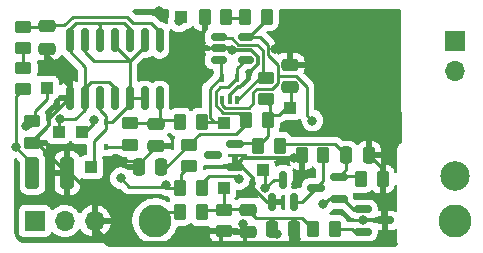
<source format=gbl>
G04 #@! TF.GenerationSoftware,KiCad,Pcbnew,(5.99.0-10336-g9846076676)*
G04 #@! TF.CreationDate,2021-04-19T15:00:14+12:00*
G04 #@! TF.ProjectId,OpenHVPS-5,4f70656e-4856-4505-932d-352e6b696361,V1.2.1*
G04 #@! TF.SameCoordinates,Original*
G04 #@! TF.FileFunction,Copper,L4,Bot*
G04 #@! TF.FilePolarity,Positive*
%FSLAX46Y46*%
G04 Gerber Fmt 4.6, Leading zero omitted, Abs format (unit mm)*
G04 Created by KiCad (PCBNEW (5.99.0-10336-g9846076676)) date 2021-04-19 15:00:14*
%MOMM*%
%LPD*%
G01*
G04 APERTURE LIST*
G04 Aperture macros list*
%AMRoundRect*
0 Rectangle with rounded corners*
0 $1 Rounding radius*
0 $2 $3 $4 $5 $6 $7 $8 $9 X,Y pos of 4 corners*
0 Add a 4 corners polygon primitive as box body*
4,1,4,$2,$3,$4,$5,$6,$7,$8,$9,$2,$3,0*
0 Add four circle primitives for the rounded corners*
1,1,$1+$1,$2,$3*
1,1,$1+$1,$4,$5*
1,1,$1+$1,$6,$7*
1,1,$1+$1,$8,$9*
0 Add four rect primitives between the rounded corners*
20,1,$1+$1,$2,$3,$4,$5,0*
20,1,$1+$1,$4,$5,$6,$7,0*
20,1,$1+$1,$6,$7,$8,$9,0*
20,1,$1+$1,$8,$9,$2,$3,0*%
G04 Aperture macros list end*
G04 #@! TA.AperFunction,ComponentPad*
%ADD10R,1.700000X1.700000*%
G04 #@! TD*
G04 #@! TA.AperFunction,ComponentPad*
%ADD11O,1.700000X1.700000*%
G04 #@! TD*
G04 #@! TA.AperFunction,ComponentPad*
%ADD12C,2.500000*%
G04 #@! TD*
G04 #@! TA.AperFunction,ComponentPad*
%ADD13C,2.800000*%
G04 #@! TD*
G04 #@! TA.AperFunction,SMDPad,CuDef*
%ADD14R,1.000000X1.000000*%
G04 #@! TD*
G04 #@! TA.AperFunction,SMDPad,CuDef*
%ADD15RoundRect,0.250000X-0.262500X-0.450000X0.262500X-0.450000X0.262500X0.450000X-0.262500X0.450000X0*%
G04 #@! TD*
G04 #@! TA.AperFunction,SMDPad,CuDef*
%ADD16RoundRect,0.150000X0.587500X0.150000X-0.587500X0.150000X-0.587500X-0.150000X0.587500X-0.150000X0*%
G04 #@! TD*
G04 #@! TA.AperFunction,SMDPad,CuDef*
%ADD17RoundRect,0.250000X0.262500X0.450000X-0.262500X0.450000X-0.262500X-0.450000X0.262500X-0.450000X0*%
G04 #@! TD*
G04 #@! TA.AperFunction,SMDPad,CuDef*
%ADD18RoundRect,0.250000X-0.250000X-0.475000X0.250000X-0.475000X0.250000X0.475000X-0.250000X0.475000X0*%
G04 #@! TD*
G04 #@! TA.AperFunction,SMDPad,CuDef*
%ADD19RoundRect,0.250000X-0.475000X0.250000X-0.475000X-0.250000X0.475000X-0.250000X0.475000X0.250000X0*%
G04 #@! TD*
G04 #@! TA.AperFunction,SMDPad,CuDef*
%ADD20RoundRect,0.250000X0.450000X-0.262500X0.450000X0.262500X-0.450000X0.262500X-0.450000X-0.262500X0*%
G04 #@! TD*
G04 #@! TA.AperFunction,SMDPad,CuDef*
%ADD21RoundRect,0.250000X-0.450000X0.262500X-0.450000X-0.262500X0.450000X-0.262500X0.450000X0.262500X0*%
G04 #@! TD*
G04 #@! TA.AperFunction,SMDPad,CuDef*
%ADD22R,0.450000X0.600000*%
G04 #@! TD*
G04 #@! TA.AperFunction,SMDPad,CuDef*
%ADD23RoundRect,0.150000X-0.512500X-0.150000X0.512500X-0.150000X0.512500X0.150000X-0.512500X0.150000X0*%
G04 #@! TD*
G04 #@! TA.AperFunction,SMDPad,CuDef*
%ADD24RoundRect,0.150000X-0.587500X-0.150000X0.587500X-0.150000X0.587500X0.150000X-0.587500X0.150000X0*%
G04 #@! TD*
G04 #@! TA.AperFunction,SMDPad,CuDef*
%ADD25RoundRect,0.150000X0.150000X-0.587500X0.150000X0.587500X-0.150000X0.587500X-0.150000X-0.587500X0*%
G04 #@! TD*
G04 #@! TA.AperFunction,SMDPad,CuDef*
%ADD26RoundRect,0.150000X0.150000X-0.825000X0.150000X0.825000X-0.150000X0.825000X-0.150000X-0.825000X0*%
G04 #@! TD*
G04 #@! TA.AperFunction,SMDPad,CuDef*
%ADD27RoundRect,0.250000X0.250000X0.475000X-0.250000X0.475000X-0.250000X-0.475000X0.250000X-0.475000X0*%
G04 #@! TD*
G04 #@! TA.AperFunction,SMDPad,CuDef*
%ADD28RoundRect,0.250000X0.475000X-0.250000X0.475000X0.250000X-0.475000X0.250000X-0.475000X-0.250000X0*%
G04 #@! TD*
G04 #@! TA.AperFunction,SMDPad,CuDef*
%ADD29RoundRect,0.250000X-0.325000X-1.100000X0.325000X-1.100000X0.325000X1.100000X-0.325000X1.100000X0*%
G04 #@! TD*
G04 #@! TA.AperFunction,SMDPad,CuDef*
%ADD30R,0.400000X0.650000*%
G04 #@! TD*
G04 #@! TA.AperFunction,ViaPad*
%ADD31C,0.800000*%
G04 #@! TD*
G04 #@! TA.AperFunction,Conductor*
%ADD32C,0.250000*%
G04 #@! TD*
G04 #@! TA.AperFunction,Conductor*
%ADD33C,0.330200*%
G04 #@! TD*
G04 #@! TA.AperFunction,Conductor*
%ADD34C,0.500000*%
G04 #@! TD*
G04 APERTURE END LIST*
D10*
X164060000Y-60325000D03*
D11*
X164060000Y-62865000D03*
D12*
X164060000Y-71755000D03*
D13*
X164060000Y-75565000D03*
X138660000Y-75565000D03*
D10*
X128500000Y-75565000D03*
D11*
X131040000Y-75565000D03*
X133580000Y-75565000D03*
D14*
X132520000Y-68020000D03*
D15*
X140795500Y-74803000D03*
X142620500Y-74803000D03*
D14*
X150100000Y-66000000D03*
D15*
X140795500Y-72771000D03*
X142620500Y-72771000D03*
D16*
X154207500Y-71820000D03*
X154207500Y-73720000D03*
X152332500Y-72770000D03*
D14*
X140900000Y-58265000D03*
D17*
X144712500Y-58265000D03*
X142887500Y-58265000D03*
D18*
X148550000Y-76270000D03*
X150450000Y-76270000D03*
D19*
X129520000Y-59070000D03*
X129520000Y-60970000D03*
D14*
X133270000Y-71020000D03*
D18*
X154870000Y-70020000D03*
X156770000Y-70020000D03*
D20*
X141520000Y-70932500D03*
X141520000Y-69107500D03*
D21*
X144502000Y-74607500D03*
X144502000Y-76432500D03*
D22*
X134520000Y-67170000D03*
X134520000Y-69270000D03*
D21*
X127520000Y-59107500D03*
X127520000Y-60932500D03*
D23*
X144062500Y-61915000D03*
X144062500Y-60965000D03*
X144062500Y-60015000D03*
X146337500Y-60015000D03*
X146337500Y-61915000D03*
D19*
X146534000Y-74615000D03*
X146534000Y-76515000D03*
D24*
X156262500Y-76470000D03*
X156262500Y-74570000D03*
X158137500Y-75520000D03*
D15*
X146387500Y-67024000D03*
X148212500Y-67024000D03*
D25*
X150470000Y-73957500D03*
X148570000Y-73957500D03*
X149520000Y-72082500D03*
D14*
X129520000Y-64270000D03*
D17*
X148112500Y-58265000D03*
X146287500Y-58265000D03*
D19*
X138770000Y-67320000D03*
X138770000Y-69220000D03*
D15*
X147399500Y-69215000D03*
X149224500Y-69215000D03*
D14*
X144500000Y-67265000D03*
X144520000Y-72770000D03*
X147804000Y-71247000D03*
D26*
X139080000Y-65195000D03*
X137810000Y-65195000D03*
X136540000Y-65195000D03*
X135270000Y-65195000D03*
X134000000Y-65195000D03*
X132730000Y-65195000D03*
X131460000Y-65195000D03*
X131460000Y-60245000D03*
X132730000Y-60245000D03*
X134000000Y-60245000D03*
X135270000Y-60245000D03*
X136540000Y-60245000D03*
X137810000Y-60245000D03*
X139080000Y-60245000D03*
D21*
X128270000Y-67107500D03*
X128270000Y-68932500D03*
D27*
X139220000Y-71020000D03*
X137320000Y-71020000D03*
D15*
X140795500Y-67183000D03*
X142620500Y-67183000D03*
D21*
X136520000Y-67307500D03*
X136520000Y-69132500D03*
D15*
X156107500Y-72020000D03*
X157932500Y-72020000D03*
D14*
X130520000Y-68020000D03*
D16*
X145457500Y-69070000D03*
X145457500Y-70970000D03*
X143582500Y-70020000D03*
D17*
X152932500Y-70020000D03*
X151107500Y-70020000D03*
D28*
X150100000Y-64250000D03*
X150100000Y-62350000D03*
D20*
X127520000Y-64432500D03*
X127520000Y-62607500D03*
X148100000Y-65277500D03*
X148100000Y-63452500D03*
D29*
X128295000Y-71501000D03*
X131245000Y-71501000D03*
D17*
X153912500Y-76270000D03*
X152087500Y-76270000D03*
D30*
X145650000Y-65339000D03*
X145000000Y-65339000D03*
X144350000Y-65339000D03*
X144350000Y-63439000D03*
X145650000Y-63439000D03*
D31*
X145200000Y-61113817D03*
X154500000Y-68000000D03*
X146153000Y-75819000D03*
X150400000Y-70231000D03*
X150600000Y-77072500D03*
X132770000Y-72770000D03*
X141700000Y-61065000D03*
X148861441Y-61049870D03*
X138020000Y-62770000D03*
X156270000Y-75520000D03*
X150600000Y-72465000D03*
X135770000Y-70520000D03*
X130270000Y-62270000D03*
X139020000Y-57770000D03*
X133520000Y-67020000D03*
X139634500Y-72517000D03*
X135764700Y-71941100D03*
X126920900Y-69342400D03*
X148020000Y-72770000D03*
X130664198Y-66968888D03*
X149000000Y-76665000D03*
X145770000Y-72020000D03*
X152919800Y-74131600D03*
X127770000Y-67520000D03*
X140700000Y-58665000D03*
X152000000Y-67065000D03*
D32*
X140627500Y-67000000D02*
X140857500Y-66770000D01*
X138770000Y-67320000D02*
X139090000Y-67000000D01*
X138758000Y-67307500D02*
X138770000Y-67320000D01*
X139080000Y-65195000D02*
X139080000Y-67010000D01*
X139080000Y-67010000D02*
X138770000Y-67320000D01*
X139090000Y-67000000D02*
X140627500Y-67000000D01*
X136520000Y-67307500D02*
X138758000Y-67307500D01*
D33*
X150600000Y-72465000D02*
X150400000Y-72665000D01*
X158137500Y-77516500D02*
X158141000Y-77520000D01*
X131460000Y-65195000D02*
X129728389Y-66926611D01*
X146005000Y-70970000D02*
X147000000Y-71965000D01*
D34*
X134770000Y-77520000D02*
X158141000Y-77520000D01*
D33*
X139020000Y-57770000D02*
X139250000Y-58000000D01*
X157932500Y-72020000D02*
X157932500Y-71182500D01*
X129728389Y-66926611D02*
X129728389Y-67474111D01*
X131460000Y-65195000D02*
X131460000Y-64210000D01*
D32*
X131318000Y-70612000D02*
X131318000Y-70568000D01*
X131318000Y-71341500D02*
X131342000Y-71341500D01*
X137520000Y-70520000D02*
X135770000Y-70520000D01*
D33*
X131460000Y-64210000D02*
X130270000Y-63020000D01*
X146270000Y-76470000D02*
X146270000Y-77520000D01*
X146600000Y-63065000D02*
X146600000Y-63565000D01*
X146822000Y-61087000D02*
X147383380Y-61648380D01*
D34*
X158141000Y-77520000D02*
X159020000Y-77520000D01*
D33*
X150083380Y-70206620D02*
X150025000Y-70265000D01*
X131501000Y-71501000D02*
X132770000Y-72770000D01*
X133580000Y-75565000D02*
X133580000Y-76330000D01*
X144062500Y-60965000D02*
X145051183Y-60965000D01*
X148183915Y-73957500D02*
X148570000Y-73957500D01*
X146600000Y-63565000D02*
X145900000Y-64265000D01*
X156270000Y-75520000D02*
X157457500Y-75520000D01*
X150220000Y-76270000D02*
X150220000Y-77470000D01*
X145200000Y-61113817D02*
X145226817Y-61087000D01*
X132770000Y-72770000D02*
X133520000Y-72770000D01*
X157932500Y-72020000D02*
X157932500Y-75315000D01*
X144270000Y-76432500D02*
X144270000Y-77520000D01*
X145000000Y-64939100D02*
X145000000Y-65339000D01*
X129728389Y-67474111D02*
X128270000Y-68932500D01*
D32*
X138770000Y-69220000D02*
X138770000Y-69270000D01*
D33*
X133580000Y-73580000D02*
X132770000Y-72770000D01*
X146162500Y-70265000D02*
X145457500Y-70970000D01*
X128676500Y-68932500D02*
X128270000Y-68932500D01*
X147000000Y-72773585D02*
X148183915Y-73957500D01*
X145457500Y-70970000D02*
X145457500Y-70832500D01*
X145051183Y-60965000D02*
X145200000Y-61113817D01*
X131245000Y-71501000D02*
X128676500Y-68932500D01*
D32*
X138770000Y-69220000D02*
X138570000Y-69220000D01*
D34*
X133580000Y-76330000D02*
X134770000Y-77520000D01*
D33*
X130270000Y-63020000D02*
X130270000Y-62270000D01*
D32*
X138770000Y-69270000D02*
X137520000Y-70520000D01*
D33*
X145457500Y-70970000D02*
X146005000Y-70970000D01*
X129520000Y-61520000D02*
X129520000Y-60970000D01*
X133580000Y-75565000D02*
X133580000Y-73580000D01*
X138090000Y-62700000D02*
X138020000Y-62770000D01*
X133520000Y-72770000D02*
X135770000Y-70520000D01*
X147383380Y-62281620D02*
X146600000Y-63065000D01*
X157932500Y-75315000D02*
X158137500Y-75520000D01*
D32*
X131318000Y-70568000D02*
X131318000Y-70612000D01*
D33*
X146270000Y-75770000D02*
X146270000Y-76470000D01*
D32*
X131318000Y-71341500D02*
X131318000Y-70612000D01*
D33*
X145226817Y-61087000D02*
X146822000Y-61087000D01*
X147000000Y-71965000D02*
X147000000Y-72773585D01*
X145674100Y-64265000D02*
X145000000Y-64939100D01*
X150025000Y-70265000D02*
X146162500Y-70265000D01*
X131245000Y-71501000D02*
X131501000Y-71501000D01*
X147383380Y-61648380D02*
X147383380Y-62281620D01*
D34*
X131318000Y-72068000D02*
X131318000Y-71341500D01*
D33*
X157932500Y-71182500D02*
X156770000Y-70020000D01*
X130270000Y-62270000D02*
X129520000Y-61520000D01*
X158137500Y-75520000D02*
X158137500Y-77516500D01*
X150400000Y-72665000D02*
X150393382Y-72665000D01*
D32*
X151020000Y-69479400D02*
X151020000Y-70569000D01*
D33*
X145900000Y-64265000D02*
X145674100Y-64265000D01*
D32*
X133520000Y-67270000D02*
X133520000Y-67020000D01*
X132520000Y-68270000D02*
X133520000Y-67270000D01*
X156107500Y-72020000D02*
X155857500Y-71770000D01*
X149371020Y-69068480D02*
X149224500Y-69215000D01*
X154870000Y-70020000D02*
X153918480Y-69068480D01*
X155857500Y-71770000D02*
X154257500Y-71770000D01*
X154870000Y-70020000D02*
X154870000Y-71157500D01*
X154257500Y-71770000D02*
X154207500Y-71820000D01*
X154870000Y-71157500D02*
X154207500Y-71820000D01*
X153918480Y-69068480D02*
X149371020Y-69068480D01*
X154870000Y-70020000D02*
X154770000Y-70020000D01*
X154307500Y-71920000D02*
X154207500Y-71820000D01*
X154308000Y-71920000D02*
X154307500Y-71920000D01*
X154308000Y-71920000D02*
X154208000Y-71820000D01*
X156108000Y-72020000D02*
X156107500Y-72020000D01*
X128368000Y-71341500D02*
X128368000Y-70789500D01*
X139634500Y-72668600D02*
X136492200Y-72668600D01*
X139735900Y-72770000D02*
X139634500Y-72668600D01*
X140857500Y-72770000D02*
X140857500Y-71595000D01*
X136492200Y-72668600D02*
X135764700Y-71941100D01*
X127083100Y-69180200D02*
X126920900Y-69342400D01*
X140379300Y-72770000D02*
X139735900Y-72770000D01*
X128368000Y-70789500D02*
X126920900Y-69342400D01*
X126920900Y-65031600D02*
X127520000Y-64432500D01*
X140695000Y-72770000D02*
X140695000Y-72454300D01*
X126920900Y-69342400D02*
X126920900Y-65031600D01*
X140857500Y-71595000D02*
X141520000Y-70932500D01*
X140695000Y-72454300D02*
X140379300Y-72770000D01*
X139634500Y-72668600D02*
X139634500Y-72517000D01*
X148707500Y-72082500D02*
X149520000Y-72082500D01*
X149457500Y-72020000D02*
X149513300Y-72075700D01*
X148020000Y-71385000D02*
X148020000Y-72770000D01*
X147900000Y-71265000D02*
X148020000Y-71385000D01*
X148020000Y-72770000D02*
X148707500Y-72082500D01*
X149513300Y-72075700D02*
X149520000Y-72082500D01*
X151738500Y-73363700D02*
X152332000Y-72770000D01*
X150470000Y-73957500D02*
X151145000Y-73957500D01*
X152932500Y-72170000D02*
X152332500Y-72770000D01*
X151738500Y-73363700D02*
X151738800Y-73363700D01*
X152932500Y-70020000D02*
X152932500Y-72170000D01*
X151145000Y-73957500D02*
X151738500Y-73363700D01*
X151738800Y-73363700D02*
X152332500Y-72770000D01*
X136300000Y-58300000D02*
X136800000Y-58800000D01*
X136800000Y-58800000D02*
X138300000Y-58800000D01*
X131700000Y-58300000D02*
X136300000Y-58300000D01*
X129520000Y-59070000D02*
X129590000Y-59000000D01*
X127520000Y-59107500D02*
X129482500Y-59107500D01*
X139080000Y-59580000D02*
X139080000Y-60245000D01*
X129590000Y-59000000D02*
X131000000Y-59000000D01*
X129482500Y-59107500D02*
X129520000Y-59070000D01*
X138300000Y-58800000D02*
X139080000Y-59580000D01*
X131000000Y-59000000D02*
X131700000Y-58300000D01*
X139080000Y-60245000D02*
X139080000Y-61210000D01*
X132730000Y-60245000D02*
X132730000Y-59760000D01*
X137810000Y-60245000D02*
X137810000Y-60730000D01*
X132730000Y-61230000D02*
X133520000Y-62020000D01*
X134520000Y-67770000D02*
X133520000Y-68770000D01*
X134520000Y-67170000D02*
X134520000Y-66720000D01*
X134520000Y-66720000D02*
X134000000Y-66200000D01*
X136540000Y-65700000D02*
X135020000Y-67220000D01*
X132730000Y-60245000D02*
X132730000Y-61230000D01*
X135270000Y-60245000D02*
X135270000Y-61020000D01*
X137770000Y-60285000D02*
X137810000Y-60245000D01*
X136540000Y-65195000D02*
X137810000Y-65195000D01*
X134020000Y-65175000D02*
X134000000Y-65195000D01*
X133520000Y-70770000D02*
X133270000Y-71020000D01*
X134570000Y-67220000D02*
X134520000Y-67170000D01*
X136540000Y-62000000D02*
X135270000Y-60730000D01*
X137770000Y-60770000D02*
X137770000Y-60285000D01*
X136540000Y-65195000D02*
X136540000Y-62250000D01*
X133520000Y-62020000D02*
X136520000Y-62020000D01*
X136540000Y-65195000D02*
X136540000Y-65700000D01*
X134520000Y-67170000D02*
X134520000Y-67770000D01*
X135270000Y-60730000D02*
X135270000Y-60245000D01*
X133520000Y-68770000D02*
X133520000Y-70770000D01*
X136540000Y-62250000D02*
X136540000Y-62000000D01*
X134000000Y-66200000D02*
X134000000Y-65195000D01*
X136540000Y-62000000D02*
X137810000Y-60730000D01*
X135270000Y-60245000D02*
X135270000Y-60980000D01*
X135020000Y-67220000D02*
X134570000Y-67220000D01*
X135270000Y-59470000D02*
X135270000Y-60245000D01*
X147845000Y-64881250D02*
X147895000Y-64831250D01*
X148412500Y-66600000D02*
X149200000Y-66600000D01*
X145457500Y-69070000D02*
X145577500Y-68950000D01*
X148412500Y-66887500D02*
X148412500Y-66600000D01*
X149200000Y-66600000D02*
X149800000Y-66000000D01*
X145577500Y-68950000D02*
X147137500Y-68950000D01*
X148412500Y-66600000D02*
X148412500Y-65712500D01*
X147900000Y-65200000D02*
X147900000Y-64812500D01*
X150200000Y-64350000D02*
X150100000Y-64250000D01*
X149750000Y-63900000D02*
X150100000Y-64250000D01*
X149800000Y-66000000D02*
X150200000Y-66000000D01*
X150200000Y-66000000D02*
X150200000Y-64350000D01*
X148212500Y-68402000D02*
X147399500Y-69215000D01*
X148412500Y-65712500D02*
X147900000Y-65200000D01*
X148212500Y-67024000D02*
X148212500Y-68402000D01*
X145720000Y-69070000D02*
X145457500Y-69070000D01*
X132020000Y-58770000D02*
X133770000Y-58770000D01*
X132730000Y-65195000D02*
X132730000Y-66170000D01*
X131460000Y-60245000D02*
X131460000Y-61210000D01*
X135270000Y-64270000D02*
X135270000Y-65195000D01*
X133770000Y-58770000D02*
X134000000Y-59000000D01*
X132730000Y-64310000D02*
X133270000Y-63770000D01*
X132770000Y-65155000D02*
X132730000Y-65195000D01*
X133770000Y-58770000D02*
X136020000Y-58770000D01*
X131460000Y-61210000D02*
X132770000Y-62520000D01*
X130520000Y-68270000D02*
X130520000Y-67113086D01*
X134770000Y-63770000D02*
X135270000Y-64270000D01*
X131460000Y-60245000D02*
X131460000Y-59330000D01*
X133270000Y-63770000D02*
X134770000Y-63770000D01*
X131931112Y-66968888D02*
X130664198Y-66968888D01*
X132770000Y-62520000D02*
X132770000Y-65155000D01*
X132730000Y-65195000D02*
X132730000Y-64310000D01*
X136020000Y-58770000D02*
X136540000Y-59290000D01*
X134000000Y-59000000D02*
X134000000Y-60245000D01*
X136540000Y-59290000D02*
X136540000Y-60245000D01*
X132730000Y-66170000D02*
X131931112Y-66968888D01*
X131460000Y-59330000D02*
X132020000Y-58770000D01*
X130520000Y-67113086D02*
X130664198Y-66968888D01*
X136382000Y-69270000D02*
X136520000Y-69132500D01*
X134520000Y-69270000D02*
X136382000Y-69270000D01*
X151110980Y-75293480D02*
X147212480Y-75293480D01*
X142816000Y-74607500D02*
X144270000Y-74607500D01*
X144308000Y-74570000D02*
X144270000Y-74607500D01*
X146270000Y-74570000D02*
X144308000Y-74570000D01*
X151857500Y-76107500D02*
X151857500Y-76040000D01*
X142620500Y-74803000D02*
X142816000Y-74607500D01*
X144502000Y-74607500D02*
X144520000Y-72770000D01*
X147212480Y-75293480D02*
X146534000Y-74615000D01*
X151857500Y-76040000D02*
X151110980Y-75293480D01*
X144270000Y-74607500D02*
X144502000Y-74607500D01*
X127520000Y-60932500D02*
X127520000Y-62607500D01*
X139422000Y-74803000D02*
X138660000Y-75565000D01*
X140795500Y-74803000D02*
X139422000Y-74803000D01*
X149020000Y-76520000D02*
X148570000Y-76520000D01*
X142520500Y-72770500D02*
X142520000Y-72770000D01*
X142520500Y-72770500D02*
X142520500Y-72770000D01*
X142682500Y-72357500D02*
X143270000Y-71770000D01*
X142682500Y-72770000D02*
X142682500Y-72357500D01*
X143270000Y-71770000D02*
X145520000Y-71770000D01*
X148570000Y-76520000D02*
X148320000Y-76270000D01*
X145520000Y-71770000D02*
X145770000Y-72020000D01*
X148270000Y-76270000D02*
X148320000Y-76270000D01*
X153008400Y-74131600D02*
X152919800Y-74131600D01*
X154620000Y-73720000D02*
X155500000Y-74600000D01*
X153420000Y-73720000D02*
X153008400Y-74131600D01*
X154207500Y-73720000D02*
X154620000Y-73720000D01*
X154207500Y-73720000D02*
X153420000Y-73720000D01*
X153682500Y-76270000D02*
X155382500Y-76270000D01*
X155382500Y-76270000D02*
X155582500Y-76470000D01*
X155582500Y-76395100D02*
X155582500Y-76470000D01*
X141520000Y-69107500D02*
X141770000Y-68857500D01*
X145650000Y-62602500D02*
X146337500Y-61915000D01*
X139220000Y-71020000D02*
X139607500Y-71020000D01*
X143800000Y-65766720D02*
X143800000Y-64665000D01*
X143800000Y-64665000D02*
X144200000Y-64265000D01*
X145650000Y-63439000D02*
X145650000Y-62602500D01*
X146587500Y-67112500D02*
X145518000Y-68199000D01*
X145794989Y-66431489D02*
X144464769Y-66431489D01*
X144200000Y-64265000D02*
X144824000Y-64265000D01*
X145518000Y-68199000D02*
X142470000Y-68199000D01*
X144464769Y-66431489D02*
X143800000Y-65766720D01*
X139607500Y-71020000D02*
X141520000Y-69107500D01*
X144824000Y-64265000D02*
X145650000Y-63439000D01*
X146387500Y-67024000D02*
X145794989Y-66431489D01*
X142470000Y-68199000D02*
X141520000Y-69020000D01*
X141520000Y-69020000D02*
X141520000Y-69107500D01*
X128107500Y-67520000D02*
X128520000Y-67107500D01*
X129520000Y-65270000D02*
X128520000Y-66270000D01*
X129520000Y-65270000D02*
X129520000Y-64270000D01*
X127770000Y-67520000D02*
X128107500Y-67520000D01*
X128520000Y-66270000D02*
X128520000Y-67107500D01*
X143705000Y-67183000D02*
X143300000Y-66778000D01*
X143300000Y-66778000D02*
X143300000Y-64365000D01*
X143705000Y-67183000D02*
X144555000Y-67183000D01*
X142682500Y-67183000D02*
X143705000Y-67183000D01*
X144262500Y-63402500D02*
X144262500Y-62015000D01*
X143300000Y-64365000D02*
X144262500Y-63402500D01*
X147291836Y-64365000D02*
X148616328Y-64365000D01*
X147550000Y-60015000D02*
X146337500Y-60015000D01*
X149100000Y-63881328D02*
X149100000Y-63865000D01*
X147000000Y-64656836D02*
X147291836Y-64365000D01*
X146537500Y-60115000D02*
X146537500Y-60040000D01*
X149165000Y-63300000D02*
X149100000Y-63365000D01*
X150591328Y-63300000D02*
X149165000Y-63300000D01*
X144600000Y-65965000D02*
X146601720Y-65965000D01*
X144600000Y-65965000D02*
X145062000Y-65965000D01*
X151500000Y-66565000D02*
X151500000Y-64208672D01*
X146601720Y-65965000D02*
X147000000Y-65566720D01*
X144350000Y-65339000D02*
X144350000Y-65715000D01*
X149100000Y-63365000D02*
X149100000Y-63865000D01*
X149100000Y-63865000D02*
X149100000Y-62404358D01*
X151500000Y-64208672D02*
X150591328Y-63300000D01*
X144350000Y-65715000D02*
X144600000Y-65965000D01*
X146537500Y-60040000D02*
X148212500Y-58365000D01*
X148209930Y-61514288D02*
X148209930Y-60674930D01*
X152000000Y-67065000D02*
X151500000Y-66565000D01*
X149100000Y-62404358D02*
X148209930Y-61514288D01*
X147000000Y-65566720D02*
X147000000Y-64656836D01*
X148616328Y-64365000D02*
X149100000Y-63881328D01*
X148209930Y-60674930D02*
X147550000Y-60015000D01*
X152000000Y-67065000D02*
X151955000Y-67020000D01*
X144712500Y-58365000D02*
X146387500Y-58365000D01*
X147736500Y-63252500D02*
X145650000Y-65339000D01*
X147341565Y-60670389D02*
X145720809Y-60670389D01*
X147900000Y-62987500D02*
X147712500Y-62987500D01*
X147800000Y-61128824D02*
X147341565Y-60670389D01*
X147800000Y-63214000D02*
X147800000Y-61128824D01*
X145720809Y-60670389D02*
X145165420Y-60115000D01*
X147716620Y-63297380D02*
X147800000Y-63214000D01*
X145165420Y-60115000D02*
X144262500Y-60115000D01*
X148100000Y-63252500D02*
X147736500Y-63252500D01*
G04 #@! TA.AperFunction,Conductor*
G36*
X129516995Y-68698502D02*
G01*
X129554872Y-68736379D01*
X129627051Y-68848691D01*
X129627053Y-68848694D01*
X129631923Y-68856271D01*
X129638733Y-68862172D01*
X129735569Y-68946082D01*
X129735572Y-68946084D01*
X129742381Y-68951984D01*
X129750579Y-68955728D01*
X129775739Y-68967218D01*
X129875330Y-69012700D01*
X129884245Y-69013982D01*
X129884246Y-69013982D01*
X130015552Y-69032861D01*
X130015559Y-69032862D01*
X130020000Y-69033500D01*
X131020000Y-69033500D01*
X131093079Y-69028273D01*
X131191719Y-68999310D01*
X131224670Y-68989635D01*
X131224672Y-68989634D01*
X131233316Y-68987096D01*
X131308033Y-68939078D01*
X131348691Y-68912949D01*
X131348694Y-68912947D01*
X131356271Y-68908077D01*
X131374789Y-68886707D01*
X131423432Y-68830570D01*
X131483158Y-68792186D01*
X131554154Y-68792186D01*
X131613880Y-68830570D01*
X131624652Y-68844958D01*
X131626930Y-68848502D01*
X131631923Y-68856271D01*
X131638733Y-68862172D01*
X131735569Y-68946082D01*
X131735572Y-68946084D01*
X131742381Y-68951984D01*
X131750579Y-68955728D01*
X131775739Y-68967218D01*
X131875330Y-69012700D01*
X131884245Y-69013982D01*
X131884246Y-69013982D01*
X132015552Y-69032861D01*
X132015559Y-69032862D01*
X132020000Y-69033500D01*
X132760500Y-69033500D01*
X132828621Y-69053502D01*
X132875114Y-69107158D01*
X132886500Y-69159500D01*
X132886500Y-69880858D01*
X132866498Y-69948979D01*
X132812842Y-69995472D01*
X132769490Y-70006536D01*
X132696921Y-70011727D01*
X132627111Y-70032225D01*
X132565330Y-70050365D01*
X132565328Y-70050366D01*
X132556684Y-70052904D01*
X132509327Y-70083339D01*
X132440653Y-70127473D01*
X132372532Y-70147475D01*
X132304412Y-70127473D01*
X132257918Y-70073818D01*
X132255181Y-70067126D01*
X132248227Y-70053240D01*
X132159359Y-69917694D01*
X132150035Y-69906542D01*
X132032371Y-69795078D01*
X132020724Y-69786365D01*
X131880571Y-69704957D01*
X131867246Y-69699163D01*
X131711300Y-69651932D01*
X131698677Y-69649484D01*
X131628816Y-69643249D01*
X131623221Y-69643000D01*
X131517115Y-69643000D01*
X131501876Y-69647475D01*
X131500671Y-69648865D01*
X131499000Y-69656548D01*
X131499000Y-73340885D01*
X131503475Y-73356124D01*
X131504865Y-73357329D01*
X131512548Y-73359000D01*
X131609223Y-73359000D01*
X131616524Y-73358576D01*
X131738255Y-73344383D01*
X131752410Y-73341037D01*
X131904761Y-73285737D01*
X131917760Y-73279227D01*
X132053306Y-73190359D01*
X132064458Y-73181035D01*
X132175922Y-73063371D01*
X132184635Y-73051724D01*
X132266043Y-72911571D01*
X132271837Y-72898246D01*
X132319068Y-72742300D01*
X132321516Y-72729677D01*
X132327751Y-72659816D01*
X132328000Y-72654221D01*
X132328000Y-72072974D01*
X132348002Y-72004853D01*
X132401658Y-71958360D01*
X132471932Y-71948256D01*
X132506342Y-71958360D01*
X132617136Y-72008958D01*
X132625330Y-72012700D01*
X132634245Y-72013982D01*
X132634246Y-72013982D01*
X132765552Y-72032861D01*
X132765559Y-72032862D01*
X132770000Y-72033500D01*
X133770000Y-72033500D01*
X133843079Y-72028273D01*
X133922841Y-72004853D01*
X133974670Y-71989635D01*
X133974672Y-71989634D01*
X133983316Y-71987096D01*
X134043752Y-71948256D01*
X134098691Y-71912949D01*
X134098694Y-71912947D01*
X134106271Y-71908077D01*
X134112172Y-71901267D01*
X134196082Y-71804431D01*
X134196084Y-71804428D01*
X134201984Y-71797619D01*
X134262700Y-71664670D01*
X134275473Y-71575831D01*
X134282861Y-71524448D01*
X134282862Y-71524441D01*
X134283500Y-71520000D01*
X134283500Y-70520000D01*
X134278273Y-70446921D01*
X134249869Y-70350184D01*
X134239635Y-70315330D01*
X134239634Y-70315328D01*
X134237096Y-70306684D01*
X134218419Y-70277622D01*
X134198416Y-70209501D01*
X134218417Y-70141380D01*
X134272073Y-70094887D01*
X134324416Y-70083500D01*
X134745000Y-70083500D01*
X134818079Y-70078273D01*
X134913126Y-70050365D01*
X134949670Y-70039635D01*
X134949672Y-70039634D01*
X134958316Y-70037096D01*
X135013978Y-70001324D01*
X135073691Y-69962949D01*
X135073694Y-69962947D01*
X135081271Y-69958077D01*
X135089155Y-69948979D01*
X135090883Y-69946985D01*
X135150610Y-69908603D01*
X135186105Y-69903500D01*
X135453860Y-69903500D01*
X135521981Y-69923502D01*
X135540511Y-69938026D01*
X135612645Y-70006358D01*
X135765555Y-70095175D01*
X135934796Y-70146433D01*
X135941236Y-70147008D01*
X135941237Y-70147008D01*
X136011185Y-70153251D01*
X136011191Y-70153251D01*
X136013978Y-70153500D01*
X136226895Y-70153500D01*
X136295016Y-70173502D01*
X136341509Y-70227158D01*
X136351613Y-70297432D01*
X136347486Y-70316022D01*
X136320933Y-70403697D01*
X136318484Y-70416323D01*
X136312249Y-70486184D01*
X136312000Y-70491779D01*
X136312000Y-70747885D01*
X136316475Y-70763124D01*
X136317865Y-70764329D01*
X136325548Y-70766000D01*
X137448000Y-70766000D01*
X137516121Y-70786002D01*
X137562614Y-70839658D01*
X137574000Y-70892000D01*
X137574000Y-71148000D01*
X137553998Y-71216121D01*
X137500342Y-71262614D01*
X137448000Y-71274000D01*
X136433081Y-71274000D01*
X136359020Y-71249936D01*
X136226792Y-71153867D01*
X136226791Y-71153866D01*
X136221450Y-71149986D01*
X136215422Y-71147302D01*
X136215420Y-71147301D01*
X136053018Y-71074995D01*
X136053017Y-71074995D01*
X136046987Y-71072310D01*
X135942193Y-71050035D01*
X135866644Y-71033976D01*
X135866639Y-71033976D01*
X135860187Y-71032604D01*
X135669213Y-71032604D01*
X135662761Y-71033976D01*
X135662756Y-71033976D01*
X135587207Y-71050035D01*
X135482413Y-71072310D01*
X135476383Y-71074995D01*
X135476382Y-71074995D01*
X135313980Y-71147301D01*
X135313978Y-71147302D01*
X135307950Y-71149986D01*
X135302609Y-71153866D01*
X135302608Y-71153867D01*
X135158793Y-71258354D01*
X135158791Y-71258356D01*
X135153449Y-71262237D01*
X135149028Y-71267147D01*
X135149027Y-71267148D01*
X135099075Y-71322626D01*
X135025663Y-71404158D01*
X134930176Y-71569546D01*
X134871162Y-71751173D01*
X134851200Y-71941100D01*
X134851890Y-71947665D01*
X134861445Y-72038571D01*
X134871162Y-72131027D01*
X134873202Y-72137305D01*
X134873202Y-72137306D01*
X134884826Y-72173082D01*
X134930176Y-72312654D01*
X135025663Y-72478042D01*
X135030081Y-72482949D01*
X135030082Y-72482950D01*
X135096705Y-72556942D01*
X135153449Y-72619963D01*
X135158791Y-72623844D01*
X135158793Y-72623846D01*
X135279439Y-72711500D01*
X135307950Y-72732214D01*
X135313978Y-72734898D01*
X135313980Y-72734899D01*
X135476382Y-72807205D01*
X135482413Y-72809890D01*
X135575813Y-72829743D01*
X135662756Y-72848224D01*
X135662761Y-72848224D01*
X135669213Y-72849596D01*
X135725101Y-72849596D01*
X135793222Y-72869598D01*
X135814196Y-72886501D01*
X135988818Y-73061123D01*
X135996169Y-73069201D01*
X136000227Y-73075595D01*
X136006006Y-73081022D01*
X136006007Y-73081023D01*
X136049062Y-73121454D01*
X136051892Y-73124197D01*
X136072233Y-73144538D01*
X136075653Y-73147190D01*
X136084676Y-73154897D01*
X136116899Y-73185157D01*
X136123843Y-73188974D01*
X136123848Y-73188978D01*
X136134650Y-73194916D01*
X136151177Y-73205772D01*
X136167177Y-73218183D01*
X136174448Y-73221330D01*
X136174449Y-73221330D01*
X136207751Y-73235741D01*
X136218407Y-73240962D01*
X136257152Y-73262262D01*
X136264835Y-73264234D01*
X136264836Y-73264235D01*
X136276768Y-73267299D01*
X136295472Y-73273703D01*
X136306785Y-73278599D01*
X136306792Y-73278601D01*
X136314064Y-73281748D01*
X136321888Y-73282987D01*
X136321891Y-73282988D01*
X136357735Y-73288665D01*
X136369356Y-73291072D01*
X136406418Y-73300587D01*
X136412175Y-73302065D01*
X136412731Y-73302100D01*
X136432652Y-73302100D01*
X136452362Y-73303651D01*
X136464314Y-73305544D01*
X136464315Y-73305544D01*
X136472144Y-73306784D01*
X136480036Y-73306038D01*
X136515782Y-73302659D01*
X136527640Y-73302100D01*
X139137459Y-73302100D01*
X139188708Y-73312993D01*
X139346182Y-73383105D01*
X139352213Y-73385790D01*
X139429218Y-73402158D01*
X139532556Y-73424124D01*
X139532561Y-73424124D01*
X139539013Y-73425496D01*
X139712143Y-73425496D01*
X139780264Y-73445498D01*
X139826757Y-73499154D01*
X139830582Y-73508505D01*
X139847252Y-73554430D01*
X139850313Y-73562864D01*
X139947187Y-73710622D01*
X139947188Y-73710624D01*
X139947269Y-73710747D01*
X139947248Y-73710761D01*
X139974363Y-73773008D01*
X139963026Y-73843093D01*
X139940826Y-73875394D01*
X139921642Y-73895645D01*
X139899066Y-73934513D01*
X139847555Y-73983371D01*
X139777806Y-73996625D01*
X139715964Y-73973100D01*
X139671167Y-73940493D01*
X139426068Y-73811540D01*
X139164921Y-73719319D01*
X138893197Y-73665763D01*
X138888640Y-73665536D01*
X138888639Y-73665536D01*
X138621157Y-73652220D01*
X138621151Y-73652220D01*
X138616588Y-73651993D01*
X138340888Y-73678297D01*
X138336454Y-73679382D01*
X138336448Y-73679383D01*
X138085506Y-73740788D01*
X138071873Y-73744124D01*
X138067647Y-73745836D01*
X138067643Y-73745837D01*
X137819412Y-73846381D01*
X137819407Y-73846384D01*
X137815179Y-73848096D01*
X137811244Y-73850400D01*
X137811238Y-73850403D01*
X137584147Y-73983371D01*
X137576182Y-73988035D01*
X137359889Y-74161008D01*
X137170832Y-74363393D01*
X137117339Y-74440502D01*
X137015573Y-74587196D01*
X137015570Y-74587201D01*
X137012970Y-74590949D01*
X137010938Y-74595034D01*
X137010936Y-74595037D01*
X136989392Y-74638342D01*
X136889611Y-74838911D01*
X136888190Y-74843245D01*
X136888189Y-74843248D01*
X136808935Y-75085013D01*
X136803339Y-75102082D01*
X136802559Y-75106573D01*
X136802559Y-75106574D01*
X136801600Y-75112098D01*
X136755961Y-75374952D01*
X136754507Y-75428699D01*
X136748991Y-75632562D01*
X136748470Y-75651802D01*
X136749005Y-75656320D01*
X136749005Y-75656326D01*
X136774063Y-75868035D01*
X136781022Y-75926834D01*
X136782206Y-75931236D01*
X136782207Y-75931243D01*
X136803787Y-76011500D01*
X136852936Y-76194286D01*
X136962705Y-76448556D01*
X137108029Y-76684317D01*
X137285865Y-76896629D01*
X137492487Y-77081046D01*
X137723567Y-77233705D01*
X137723289Y-77234126D01*
X137770837Y-77282790D01*
X137785123Y-77352334D01*
X137759543Y-77418563D01*
X137702218Y-77460447D01*
X137659584Y-77467889D01*
X133285528Y-77468819D01*
X127820524Y-77469982D01*
X127798876Y-77468112D01*
X127785461Y-77465774D01*
X127780594Y-77465686D01*
X127683864Y-77463937D01*
X127676255Y-77463569D01*
X127658659Y-77462184D01*
X127648836Y-77461022D01*
X127548779Y-77445175D01*
X127519028Y-77440463D01*
X127509320Y-77438531D01*
X127505660Y-77437652D01*
X127496148Y-77434969D01*
X127371155Y-77394356D01*
X127361886Y-77390937D01*
X127361757Y-77390884D01*
X127358426Y-77389504D01*
X127349436Y-77385360D01*
X127232321Y-77325686D01*
X127223681Y-77320847D01*
X127220493Y-77318893D01*
X127212277Y-77313403D01*
X127142427Y-77262655D01*
X127105936Y-77236142D01*
X127098181Y-77230028D01*
X127095309Y-77227575D01*
X127088055Y-77220869D01*
X126995127Y-77127940D01*
X126988412Y-77120676D01*
X126985971Y-77117818D01*
X126979846Y-77110048D01*
X126970775Y-77097562D01*
X126936307Y-77050122D01*
X126902599Y-77003726D01*
X126897105Y-76995504D01*
X126895150Y-76992314D01*
X126890313Y-76983678D01*
X126830641Y-76866566D01*
X126826494Y-76857569D01*
X126825060Y-76854106D01*
X126821641Y-76844837D01*
X126781030Y-76719852D01*
X126778350Y-76710353D01*
X126777466Y-76706669D01*
X126775539Y-76696985D01*
X126754977Y-76567156D01*
X126753814Y-76557332D01*
X126752431Y-76539758D01*
X126752064Y-76532152D01*
X126750366Y-76438299D01*
X126750285Y-76433816D01*
X126747616Y-76417312D01*
X126746000Y-76397197D01*
X126746000Y-74715000D01*
X127136500Y-74715000D01*
X127136500Y-76415000D01*
X127141727Y-76488079D01*
X127145191Y-76499875D01*
X127179338Y-76616170D01*
X127182904Y-76628316D01*
X127187775Y-76635895D01*
X127257051Y-76743691D01*
X127257053Y-76743694D01*
X127261923Y-76751271D01*
X127268733Y-76757172D01*
X127365569Y-76841082D01*
X127365572Y-76841084D01*
X127372381Y-76846984D01*
X127380579Y-76850728D01*
X127492998Y-76902068D01*
X127505330Y-76907700D01*
X127514245Y-76908982D01*
X127514246Y-76908982D01*
X127645552Y-76927861D01*
X127645559Y-76927862D01*
X127650000Y-76928500D01*
X129350000Y-76928500D01*
X129423079Y-76923273D01*
X129517179Y-76895643D01*
X129554670Y-76884635D01*
X129554672Y-76884634D01*
X129563316Y-76882096D01*
X129603835Y-76856056D01*
X129678691Y-76807949D01*
X129678694Y-76807947D01*
X129686271Y-76803077D01*
X129711086Y-76774439D01*
X129776082Y-76699431D01*
X129776084Y-76699428D01*
X129781984Y-76692619D01*
X129842700Y-76559670D01*
X129843320Y-76555360D01*
X129880432Y-76497610D01*
X129945012Y-76468117D01*
X130015286Y-76478220D01*
X130047335Y-76499270D01*
X130215629Y-76651069D01*
X130220142Y-76653928D01*
X130220144Y-76653929D01*
X130272123Y-76686852D01*
X130410406Y-76774439D01*
X130623184Y-76863228D01*
X130628387Y-76864425D01*
X130628392Y-76864426D01*
X130842678Y-76913701D01*
X130842683Y-76913702D01*
X130847881Y-76914897D01*
X130853209Y-76915200D01*
X130853212Y-76915200D01*
X131003877Y-76923755D01*
X131078071Y-76927968D01*
X131083378Y-76927368D01*
X131083380Y-76927368D01*
X131204272Y-76913701D01*
X131307173Y-76902068D01*
X131312288Y-76900587D01*
X131312292Y-76900586D01*
X131437161Y-76864426D01*
X131528635Y-76837937D01*
X131736125Y-76737409D01*
X131740463Y-76734309D01*
X131740468Y-76734306D01*
X131919370Y-76606459D01*
X131923711Y-76603357D01*
X132086030Y-76439617D01*
X132164679Y-76327503D01*
X132207953Y-76265816D01*
X132263449Y-76221536D01*
X132334075Y-76214289D01*
X132397407Y-76246375D01*
X132421781Y-76277958D01*
X132439550Y-76310617D01*
X132445402Y-76319491D01*
X132581486Y-76492113D01*
X132588750Y-76499875D01*
X132751967Y-76647094D01*
X132760444Y-76653528D01*
X132946122Y-76771136D01*
X132955567Y-76776053D01*
X133158406Y-76860694D01*
X133168545Y-76863950D01*
X133308345Y-76896096D01*
X133322422Y-76895257D01*
X133326000Y-76885999D01*
X133326000Y-75832548D01*
X133834000Y-75832548D01*
X133834000Y-76884941D01*
X133838151Y-76899079D01*
X133848798Y-76900774D01*
X133852192Y-76900096D01*
X134063333Y-76838954D01*
X134073259Y-76835143D01*
X134271065Y-76739307D01*
X134280212Y-76733876D01*
X134459041Y-76606083D01*
X134467149Y-76599182D01*
X134621893Y-76443082D01*
X134628706Y-76434933D01*
X134754940Y-76254988D01*
X134760295Y-76245787D01*
X134854399Y-76047156D01*
X134858123Y-76037197D01*
X134915968Y-75830718D01*
X134914430Y-75822351D01*
X134902137Y-75819000D01*
X133852115Y-75819000D01*
X133836876Y-75823475D01*
X133835671Y-75824865D01*
X133834000Y-75832548D01*
X133326000Y-75832548D01*
X133326000Y-74248717D01*
X133325328Y-74246430D01*
X133834000Y-74246430D01*
X133834000Y-75292885D01*
X133838475Y-75308124D01*
X133839865Y-75309329D01*
X133847548Y-75311000D01*
X134899079Y-75311000D01*
X134912610Y-75307027D01*
X134913876Y-75298218D01*
X134866954Y-75117433D01*
X134863419Y-75107395D01*
X134773147Y-74906998D01*
X134767967Y-74897692D01*
X134645218Y-74715366D01*
X134638557Y-74707080D01*
X134486830Y-74548030D01*
X134478873Y-74540990D01*
X134302523Y-74409782D01*
X134293486Y-74404178D01*
X134097550Y-74304559D01*
X134087699Y-74300559D01*
X133877778Y-74235378D01*
X133867396Y-74233095D01*
X133851959Y-74231049D01*
X133837792Y-74233246D01*
X133834000Y-74246430D01*
X133325328Y-74246430D01*
X133322027Y-74235186D01*
X133311420Y-74233661D01*
X133193554Y-74258391D01*
X133183358Y-74261451D01*
X132978932Y-74342182D01*
X132969396Y-74346916D01*
X132781486Y-74460942D01*
X132772896Y-74467206D01*
X132606884Y-74611264D01*
X132599464Y-74618895D01*
X132460100Y-74788860D01*
X132454079Y-74797622D01*
X132420427Y-74856739D01*
X132369344Y-74906045D01*
X132299714Y-74919906D01*
X132233643Y-74893922D01*
X132206405Y-74864773D01*
X132157886Y-74792705D01*
X132102627Y-74710626D01*
X132058388Y-74664251D01*
X131999099Y-74602101D01*
X131943482Y-74543799D01*
X131922920Y-74528500D01*
X131762786Y-74409357D01*
X131762787Y-74409357D01*
X131758504Y-74406171D01*
X131753753Y-74403755D01*
X131753749Y-74403753D01*
X131557740Y-74304097D01*
X131557739Y-74304097D01*
X131552982Y-74301678D01*
X131427965Y-74262859D01*
X131337895Y-74234891D01*
X131337889Y-74234890D01*
X131332792Y-74233307D01*
X131227798Y-74219391D01*
X131109515Y-74203714D01*
X131109510Y-74203714D01*
X131104230Y-74203014D01*
X131098900Y-74203214D01*
X131098899Y-74203214D01*
X131005320Y-74206727D01*
X130873831Y-74211663D01*
X130829246Y-74221018D01*
X130653411Y-74257912D01*
X130653408Y-74257913D01*
X130648184Y-74259009D01*
X130433740Y-74343697D01*
X130236631Y-74463306D01*
X130232601Y-74466803D01*
X130072177Y-74606011D01*
X130062492Y-74614415D01*
X130057339Y-74620700D01*
X130056364Y-74621365D01*
X130055390Y-74622366D01*
X130055186Y-74622168D01*
X129998681Y-74660695D01*
X129927710Y-74662628D01*
X129866961Y-74625885D01*
X129839008Y-74576309D01*
X129823577Y-74523758D01*
X129817096Y-74501684D01*
X129781039Y-74445579D01*
X129742949Y-74386309D01*
X129742947Y-74386306D01*
X129738077Y-74378729D01*
X129724703Y-74367140D01*
X129634431Y-74288918D01*
X129634428Y-74288916D01*
X129627619Y-74283016D01*
X129594719Y-74267991D01*
X129502864Y-74226042D01*
X129502863Y-74226042D01*
X129494670Y-74222300D01*
X129485755Y-74221018D01*
X129485754Y-74221018D01*
X129354448Y-74202139D01*
X129354441Y-74202138D01*
X129350000Y-74201500D01*
X127650000Y-74201500D01*
X127576921Y-74206727D01*
X127523884Y-74222300D01*
X127445330Y-74245365D01*
X127445328Y-74245366D01*
X127436684Y-74247904D01*
X127416350Y-74260972D01*
X127321309Y-74322051D01*
X127321306Y-74322053D01*
X127313729Y-74326923D01*
X127307828Y-74333733D01*
X127223918Y-74430569D01*
X127223916Y-74430572D01*
X127218016Y-74437381D01*
X127214272Y-74445579D01*
X127167269Y-74548502D01*
X127157300Y-74570330D01*
X127156018Y-74579245D01*
X127156018Y-74579246D01*
X127137139Y-74710552D01*
X127137138Y-74710559D01*
X127136500Y-74715000D01*
X126746000Y-74715000D01*
X126746000Y-70376896D01*
X126766002Y-70308775D01*
X126819658Y-70262282D01*
X126872000Y-70250896D01*
X126881301Y-70250896D01*
X126949422Y-70270898D01*
X126970397Y-70287801D01*
X127174596Y-70492001D01*
X127208621Y-70554313D01*
X127211500Y-70581096D01*
X127211500Y-72643886D01*
X127219383Y-72711500D01*
X127226117Y-72769255D01*
X127226978Y-72776643D01*
X127229474Y-72783521D01*
X127229475Y-72783523D01*
X127281775Y-72927608D01*
X127287313Y-72942864D01*
X127331190Y-73009788D01*
X127377894Y-73081023D01*
X127384269Y-73090747D01*
X127512645Y-73212358D01*
X127665555Y-73301175D01*
X127834796Y-73352433D01*
X127841236Y-73353008D01*
X127841237Y-73353008D01*
X127911185Y-73359251D01*
X127911191Y-73359251D01*
X127913978Y-73359500D01*
X128662886Y-73359500D01*
X128758106Y-73348398D01*
X128788371Y-73344870D01*
X128788372Y-73344870D01*
X128795643Y-73344022D01*
X128802521Y-73341526D01*
X128802523Y-73341525D01*
X128954985Y-73286184D01*
X128961864Y-73283687D01*
X129078337Y-73207324D01*
X129103628Y-73190743D01*
X129103629Y-73190742D01*
X129109747Y-73186731D01*
X129231358Y-73058355D01*
X129320175Y-72905445D01*
X129371433Y-72736204D01*
X129372016Y-72729677D01*
X129378251Y-72659815D01*
X129378251Y-72659809D01*
X129378500Y-72657022D01*
X129378500Y-71768548D01*
X130162000Y-71768548D01*
X130162000Y-72640223D01*
X130162424Y-72647524D01*
X130176617Y-72769255D01*
X130179963Y-72783410D01*
X130235263Y-72935761D01*
X130241773Y-72948760D01*
X130330641Y-73084306D01*
X130339965Y-73095458D01*
X130457629Y-73206922D01*
X130469276Y-73215635D01*
X130609429Y-73297043D01*
X130622754Y-73302837D01*
X130778700Y-73350068D01*
X130791323Y-73352516D01*
X130861184Y-73358751D01*
X130866779Y-73359000D01*
X130972885Y-73359000D01*
X130988124Y-73354525D01*
X130989329Y-73353135D01*
X130991000Y-73345452D01*
X130991000Y-71773115D01*
X130986525Y-71757876D01*
X130985135Y-71756671D01*
X130977452Y-71755000D01*
X130180115Y-71755000D01*
X130164876Y-71759475D01*
X130163671Y-71760865D01*
X130162000Y-71768548D01*
X129378500Y-71768548D01*
X129378500Y-70358114D01*
X129377295Y-70347779D01*
X130162000Y-70347779D01*
X130162000Y-71228885D01*
X130166475Y-71244124D01*
X130167865Y-71245329D01*
X130175548Y-71247000D01*
X130972885Y-71247000D01*
X130988124Y-71242525D01*
X130989329Y-71241135D01*
X130991000Y-71233452D01*
X130991000Y-69661115D01*
X130986525Y-69645876D01*
X130985135Y-69644671D01*
X130977452Y-69643000D01*
X130880777Y-69643000D01*
X130873476Y-69643424D01*
X130751745Y-69657617D01*
X130737590Y-69660963D01*
X130585239Y-69716263D01*
X130572240Y-69722773D01*
X130436694Y-69811641D01*
X130425542Y-69820965D01*
X130314078Y-69938629D01*
X130305365Y-69950276D01*
X130223957Y-70090429D01*
X130218163Y-70103754D01*
X130170932Y-70259700D01*
X130168484Y-70272323D01*
X130162249Y-70342184D01*
X130162000Y-70347779D01*
X129377295Y-70347779D01*
X129364032Y-70234016D01*
X129363870Y-70232629D01*
X129363870Y-70232628D01*
X129363022Y-70225357D01*
X129351215Y-70192827D01*
X129305184Y-70066015D01*
X129302687Y-70059136D01*
X129229158Y-69946985D01*
X129211179Y-69919562D01*
X129190556Y-69851626D01*
X129209936Y-69783326D01*
X129225078Y-69763824D01*
X129325922Y-69657371D01*
X129334635Y-69645724D01*
X129416043Y-69505571D01*
X129421837Y-69492246D01*
X129469068Y-69336300D01*
X129471516Y-69323677D01*
X129477751Y-69253816D01*
X129478000Y-69248221D01*
X129478000Y-69204615D01*
X129473525Y-69189376D01*
X129472135Y-69188171D01*
X129464452Y-69186500D01*
X128142000Y-69186500D01*
X128073879Y-69166498D01*
X128027386Y-69112842D01*
X128016000Y-69060500D01*
X128016000Y-68804500D01*
X128036002Y-68736379D01*
X128089658Y-68689886D01*
X128142000Y-68678500D01*
X129448874Y-68678500D01*
X129516995Y-68698502D01*
G37*
G04 #@! TD.AperFunction*
G04 #@! TA.AperFunction,Conductor*
G36*
X141747502Y-75734970D02*
G01*
X141793332Y-75762700D01*
X141900645Y-75864358D01*
X142053555Y-75953175D01*
X142186777Y-75993524D01*
X142212987Y-76001462D01*
X142222796Y-76004433D01*
X142229236Y-76005008D01*
X142229237Y-76005008D01*
X142299185Y-76011251D01*
X142299191Y-76011251D01*
X142301978Y-76011500D01*
X142925886Y-76011500D01*
X143021470Y-76000356D01*
X143051371Y-75996870D01*
X143051372Y-75996870D01*
X143058643Y-75996022D01*
X143126669Y-75971330D01*
X143197527Y-75966889D01*
X143259537Y-76001462D01*
X143293012Y-76064071D01*
X143295161Y-76100971D01*
X143294249Y-76111187D01*
X143294000Y-76116779D01*
X143294000Y-76160385D01*
X143298475Y-76175624D01*
X143299865Y-76176829D01*
X143307548Y-76178500D01*
X145636773Y-76178500D01*
X145704894Y-76198502D01*
X145751387Y-76252158D01*
X145753200Y-76257020D01*
X145755865Y-76259329D01*
X145763548Y-76261000D01*
X146662000Y-76261000D01*
X146730121Y-76281002D01*
X146776614Y-76334658D01*
X146788000Y-76387000D01*
X146788000Y-76643000D01*
X146767998Y-76711121D01*
X146714342Y-76757614D01*
X146662000Y-76769000D01*
X145374227Y-76769000D01*
X145306106Y-76748998D01*
X145259613Y-76695342D01*
X145257800Y-76690480D01*
X145255135Y-76688171D01*
X145247452Y-76686500D01*
X143312115Y-76686500D01*
X143296876Y-76690975D01*
X143295671Y-76692365D01*
X143294000Y-76700048D01*
X143294000Y-76734223D01*
X143294424Y-76741524D01*
X143308617Y-76863255D01*
X143311963Y-76877410D01*
X143367263Y-77029761D01*
X143373773Y-77042760D01*
X143462641Y-77178306D01*
X143471965Y-77189458D01*
X143535014Y-77249185D01*
X143570712Y-77310554D01*
X143567564Y-77381481D01*
X143526571Y-77439447D01*
X143460746Y-77466048D01*
X143448394Y-77466658D01*
X139659776Y-77467464D01*
X139591652Y-77447476D01*
X139545147Y-77393831D01*
X139535029Y-77323559D01*
X139564508Y-77258972D01*
X139591218Y-77235732D01*
X139810398Y-77093666D01*
X139814238Y-77091177D01*
X140022462Y-76908570D01*
X140028006Y-76902068D01*
X140199190Y-76701282D01*
X140199191Y-76701281D01*
X140202144Y-76697817D01*
X140206444Y-76690975D01*
X140347091Y-76467199D01*
X140347092Y-76467197D01*
X140349520Y-76463334D01*
X140461504Y-76210032D01*
X140491086Y-76103722D01*
X140528617Y-76043457D01*
X140592773Y-76013050D01*
X140612474Y-76011500D01*
X141100886Y-76011500D01*
X141196470Y-76000356D01*
X141226371Y-75996870D01*
X141226372Y-75996870D01*
X141233643Y-75996022D01*
X141240521Y-75993526D01*
X141240523Y-75993525D01*
X141392985Y-75938184D01*
X141399864Y-75935687D01*
X141547747Y-75838731D01*
X141574929Y-75810037D01*
X141615206Y-75767520D01*
X141676576Y-75731822D01*
X141747502Y-75734970D01*
G37*
G04 #@! TD.AperFunction*
G04 #@! TA.AperFunction,Conductor*
G36*
X159445488Y-57679259D02*
G01*
X159491993Y-57732904D01*
X159503389Y-57784677D01*
X159531786Y-63814841D01*
X159555671Y-68886707D01*
X159535990Y-68954921D01*
X159489498Y-68995083D01*
X159490528Y-68996715D01*
X159490527Y-68996716D01*
X159490526Y-68996716D01*
X159465555Y-69012472D01*
X159450481Y-69020605D01*
X159423611Y-69032822D01*
X159404197Y-69049550D01*
X159389190Y-69060654D01*
X159367514Y-69074331D01*
X159351910Y-69092000D01*
X159347977Y-69096453D01*
X159335781Y-69108500D01*
X159320223Y-69121905D01*
X159320220Y-69121909D01*
X159313422Y-69127766D01*
X159308542Y-69135295D01*
X159308541Y-69135296D01*
X159299483Y-69149271D01*
X159288193Y-69164145D01*
X159271231Y-69183351D01*
X159258683Y-69210077D01*
X159250367Y-69225048D01*
X159234310Y-69249821D01*
X159231737Y-69258425D01*
X159231736Y-69258427D01*
X159226966Y-69274377D01*
X159220304Y-69291822D01*
X159209416Y-69315013D01*
X159208036Y-69323877D01*
X159208033Y-69323886D01*
X159204873Y-69344180D01*
X159201092Y-69360891D01*
X159195207Y-69380572D01*
X159192635Y-69389174D01*
X159192580Y-69398146D01*
X159192580Y-69398147D01*
X159192434Y-69421998D01*
X159192316Y-69424838D01*
X159192000Y-69426865D01*
X159192000Y-69492622D01*
X159191998Y-69493392D01*
X159191746Y-69534622D01*
X159191984Y-69535454D01*
X159192000Y-69535692D01*
X159192000Y-71408296D01*
X159171998Y-71476417D01*
X159118342Y-71522910D01*
X159048068Y-71533014D01*
X158983488Y-71503520D01*
X158945104Y-71443794D01*
X158940848Y-71422887D01*
X158938383Y-71401746D01*
X158935037Y-71387590D01*
X158879737Y-71235239D01*
X158873227Y-71222240D01*
X158784359Y-71086694D01*
X158775035Y-71075542D01*
X158657371Y-70964078D01*
X158645724Y-70955365D01*
X158505571Y-70873957D01*
X158492246Y-70868163D01*
X158336300Y-70820932D01*
X158323677Y-70818484D01*
X158253816Y-70812249D01*
X158248221Y-70812000D01*
X158204615Y-70812000D01*
X158189376Y-70816475D01*
X158188171Y-70817865D01*
X158186500Y-70825548D01*
X158186500Y-73209885D01*
X158190975Y-73225124D01*
X158192365Y-73226329D01*
X158200048Y-73228000D01*
X158234223Y-73228000D01*
X158241524Y-73227576D01*
X158363255Y-73213383D01*
X158377410Y-73210037D01*
X158529761Y-73154737D01*
X158542760Y-73148227D01*
X158678306Y-73059359D01*
X158689458Y-73050035D01*
X158800922Y-72932371D01*
X158809635Y-72920724D01*
X158891043Y-72780571D01*
X158896840Y-72767238D01*
X158945410Y-72606873D01*
X158984299Y-72547475D01*
X159049127Y-72518531D01*
X159119313Y-72529231D01*
X159172572Y-72576177D01*
X159192000Y-72643396D01*
X159192000Y-74664251D01*
X159171998Y-74732372D01*
X159118342Y-74778865D01*
X159048068Y-74788969D01*
X159012352Y-74778259D01*
X158937055Y-74742827D01*
X158922087Y-74737964D01*
X158791824Y-74713114D01*
X158780039Y-74712000D01*
X158409615Y-74712000D01*
X158394376Y-74716475D01*
X158393171Y-74717865D01*
X158391500Y-74725548D01*
X158391500Y-76309885D01*
X158395975Y-76325124D01*
X158397365Y-76326329D01*
X158405048Y-76328000D01*
X158760621Y-76328000D01*
X158768511Y-76327503D01*
X158882016Y-76313165D01*
X158897249Y-76309254D01*
X159019616Y-76260805D01*
X159090316Y-76254326D01*
X159153296Y-76287098D01*
X159188560Y-76348718D01*
X159192000Y-76377957D01*
X159192000Y-77337336D01*
X159171998Y-77405457D01*
X159118342Y-77451950D01*
X159066029Y-77463336D01*
X157167664Y-77463740D01*
X157099542Y-77443752D01*
X157053038Y-77390107D01*
X157042919Y-77319835D01*
X157072398Y-77255248D01*
X157121255Y-77220589D01*
X157162271Y-77204349D01*
X157162276Y-77204346D01*
X157169644Y-77201429D01*
X157195459Y-77182674D01*
X157297783Y-77108331D01*
X157304197Y-77103671D01*
X157410212Y-76975521D01*
X157481026Y-76825033D01*
X157482511Y-76817250D01*
X157482512Y-76817246D01*
X157507386Y-76686852D01*
X157507386Y-76686849D01*
X157508500Y-76681011D01*
X157508500Y-76454000D01*
X157528502Y-76385879D01*
X157582158Y-76339386D01*
X157634500Y-76328000D01*
X157865385Y-76328000D01*
X157880624Y-76323525D01*
X157881829Y-76322135D01*
X157883500Y-76314452D01*
X157883500Y-75792115D01*
X157879025Y-75776876D01*
X157877635Y-75775671D01*
X157869952Y-75774000D01*
X157262667Y-75774000D01*
X157206511Y-75757684D01*
X157205521Y-75759788D01*
X157055033Y-75688974D01*
X157047250Y-75687489D01*
X157047246Y-75687488D01*
X156916852Y-75662614D01*
X156916849Y-75662614D01*
X156911011Y-75661500D01*
X155635421Y-75661500D01*
X155624443Y-75662887D01*
X155617852Y-75663719D01*
X155567312Y-75659741D01*
X155560636Y-75656852D01*
X155552807Y-75655612D01*
X155516965Y-75649935D01*
X155505344Y-75647528D01*
X155468282Y-75638013D01*
X155468281Y-75638013D01*
X155462525Y-75636535D01*
X155461969Y-75636500D01*
X155442048Y-75636500D01*
X155422338Y-75634949D01*
X155410386Y-75633056D01*
X155410385Y-75633056D01*
X155402556Y-75631816D01*
X155394664Y-75632562D01*
X155358918Y-75635941D01*
X155347060Y-75636500D01*
X155003478Y-75636500D01*
X154935357Y-75616498D01*
X154888864Y-75562842D01*
X154885039Y-75553490D01*
X154860185Y-75485017D01*
X154860184Y-75485015D01*
X154857687Y-75478136D01*
X154760731Y-75330253D01*
X154632355Y-75208642D01*
X154479445Y-75119825D01*
X154333164Y-75075521D01*
X154316395Y-75070442D01*
X154316394Y-75070442D01*
X154310204Y-75068567D01*
X154303764Y-75067992D01*
X154303763Y-75067992D01*
X154233815Y-75061749D01*
X154233809Y-75061749D01*
X154231022Y-75061500D01*
X153607114Y-75061500D01*
X153582842Y-75064330D01*
X153512864Y-75052349D01*
X153460472Y-75004438D01*
X153442299Y-74935806D01*
X153464116Y-74868245D01*
X153494195Y-74837240D01*
X153525705Y-74814348D01*
X153525710Y-74814343D01*
X153531051Y-74810463D01*
X153550404Y-74788969D01*
X153654418Y-74673450D01*
X153654419Y-74673449D01*
X153658837Y-74668542D01*
X153703317Y-74591500D01*
X153754699Y-74542507D01*
X153812436Y-74528500D01*
X154480406Y-74528500D01*
X154548527Y-74548502D01*
X154569501Y-74565405D01*
X155080034Y-75075938D01*
X155157302Y-75135873D01*
X155182008Y-75161368D01*
X155191329Y-75174197D01*
X155319479Y-75280212D01*
X155326652Y-75283587D01*
X155326653Y-75283588D01*
X155354667Y-75296770D01*
X155469967Y-75351026D01*
X155477750Y-75352511D01*
X155477754Y-75352512D01*
X155608148Y-75377386D01*
X155608151Y-75377386D01*
X155613989Y-75378500D01*
X156889579Y-75378500D01*
X156953207Y-75370462D01*
X157007141Y-75363649D01*
X157007144Y-75363648D01*
X157015006Y-75362655D01*
X157022372Y-75359738D01*
X157022374Y-75359738D01*
X157162275Y-75304347D01*
X157162277Y-75304346D01*
X157169644Y-75301429D01*
X157185288Y-75290063D01*
X157259348Y-75266000D01*
X157865385Y-75266000D01*
X157880624Y-75261525D01*
X157881829Y-75260135D01*
X157883500Y-75252452D01*
X157883500Y-74730115D01*
X157879025Y-74714876D01*
X157877635Y-74713671D01*
X157869952Y-74712000D01*
X157634500Y-74712000D01*
X157566379Y-74691998D01*
X157519886Y-74638342D01*
X157508500Y-74586000D01*
X157508500Y-74380421D01*
X157500231Y-74314963D01*
X157493649Y-74262859D01*
X157493648Y-74262856D01*
X157492655Y-74254994D01*
X157488843Y-74245365D01*
X157434347Y-74107725D01*
X157434346Y-74107723D01*
X157431429Y-74100356D01*
X157399512Y-74056425D01*
X157338331Y-73972217D01*
X157333671Y-73965803D01*
X157205521Y-73859788D01*
X157196201Y-73855402D01*
X157109495Y-73814602D01*
X157055033Y-73788974D01*
X157047250Y-73787489D01*
X157047246Y-73787488D01*
X156916852Y-73762614D01*
X156916849Y-73762614D01*
X156911011Y-73761500D01*
X155635421Y-73761500D01*
X155631491Y-73761996D01*
X155631482Y-73761997D01*
X155627388Y-73762514D01*
X155557298Y-73751205D01*
X155522506Y-73726602D01*
X155490405Y-73694501D01*
X155456379Y-73632189D01*
X155453500Y-73605406D01*
X155453500Y-73530421D01*
X155440072Y-73424124D01*
X155438649Y-73412859D01*
X155438648Y-73412856D01*
X155437655Y-73404994D01*
X155428989Y-73383105D01*
X155423024Y-73368040D01*
X155414051Y-73345377D01*
X155407572Y-73274678D01*
X155440344Y-73211698D01*
X155501963Y-73176434D01*
X155567725Y-73178404D01*
X155709796Y-73221433D01*
X155716236Y-73222008D01*
X155716237Y-73222008D01*
X155786185Y-73228251D01*
X155786191Y-73228251D01*
X155788978Y-73228500D01*
X156412886Y-73228500D01*
X156508106Y-73217398D01*
X156538371Y-73213870D01*
X156538372Y-73213870D01*
X156545643Y-73213022D01*
X156552521Y-73210526D01*
X156552523Y-73210525D01*
X156704985Y-73155184D01*
X156711864Y-73152687D01*
X156821170Y-73081023D01*
X156853628Y-73059743D01*
X156853629Y-73059742D01*
X156859747Y-73055731D01*
X156864778Y-73050420D01*
X156864783Y-73050416D01*
X156927547Y-72984160D01*
X156988916Y-72948461D01*
X157059842Y-72951608D01*
X157105673Y-72979339D01*
X157207629Y-73075922D01*
X157219276Y-73084635D01*
X157359429Y-73166043D01*
X157372754Y-73171837D01*
X157528700Y-73219068D01*
X157541323Y-73221516D01*
X157611184Y-73227751D01*
X157616779Y-73228000D01*
X157660385Y-73228000D01*
X157675624Y-73223525D01*
X157676829Y-73222135D01*
X157678500Y-73214452D01*
X157678500Y-70868292D01*
X157698502Y-70800171D01*
X157709276Y-70785779D01*
X157731598Y-70760018D01*
X157769068Y-70636300D01*
X157771516Y-70623677D01*
X157777751Y-70553816D01*
X157778000Y-70548221D01*
X157778000Y-70292115D01*
X157773525Y-70276876D01*
X157772135Y-70275671D01*
X157764452Y-70274000D01*
X156642000Y-70274000D01*
X156573879Y-70253998D01*
X156527386Y-70200342D01*
X156516000Y-70148000D01*
X156516000Y-68805115D01*
X156514659Y-68800548D01*
X157024000Y-68800548D01*
X157024000Y-69747885D01*
X157028475Y-69763124D01*
X157029865Y-69764329D01*
X157037548Y-69766000D01*
X157759885Y-69766000D01*
X157775124Y-69761525D01*
X157776329Y-69760135D01*
X157778000Y-69752452D01*
X157778000Y-69505777D01*
X157777576Y-69498476D01*
X157763383Y-69376745D01*
X157760037Y-69362590D01*
X157704737Y-69210239D01*
X157698227Y-69197240D01*
X157609359Y-69061694D01*
X157600035Y-69050542D01*
X157482371Y-68939078D01*
X157470724Y-68930365D01*
X157330571Y-68848957D01*
X157317246Y-68843163D01*
X157161300Y-68795932D01*
X157148677Y-68793484D01*
X157078816Y-68787249D01*
X157073221Y-68787000D01*
X157042115Y-68787000D01*
X157026876Y-68791475D01*
X157025671Y-68792865D01*
X157024000Y-68800548D01*
X156514659Y-68800548D01*
X156511525Y-68789876D01*
X156510135Y-68788671D01*
X156502452Y-68787000D01*
X156480777Y-68787000D01*
X156473476Y-68787424D01*
X156351745Y-68801617D01*
X156337590Y-68804963D01*
X156185239Y-68860263D01*
X156172240Y-68866773D01*
X156036694Y-68955641D01*
X156025542Y-68964965D01*
X155911081Y-69085793D01*
X155849712Y-69121491D01*
X155778785Y-69118344D01*
X155720819Y-69077350D01*
X155714237Y-69068226D01*
X155709745Y-69061375D01*
X155709744Y-69061374D01*
X155705731Y-69055253D01*
X155577355Y-68933642D01*
X155424445Y-68844825D01*
X155255204Y-68793567D01*
X155248764Y-68792992D01*
X155248763Y-68792992D01*
X155178815Y-68786749D01*
X155178809Y-68786749D01*
X155176022Y-68786500D01*
X154584594Y-68786500D01*
X154516473Y-68766498D01*
X154495499Y-68749595D01*
X154421871Y-68675967D01*
X154414511Y-68667879D01*
X154410453Y-68661485D01*
X154361601Y-68615610D01*
X154358760Y-68612856D01*
X154338446Y-68592542D01*
X154335035Y-68589897D01*
X154326013Y-68582191D01*
X154299557Y-68557347D01*
X154293781Y-68551923D01*
X154286837Y-68548106D01*
X154286835Y-68548104D01*
X154276027Y-68542162D01*
X154259503Y-68531308D01*
X154249766Y-68523755D01*
X154249765Y-68523755D01*
X154243503Y-68518897D01*
X154202927Y-68501338D01*
X154192270Y-68496117D01*
X154191912Y-68495920D01*
X154153528Y-68474818D01*
X154145845Y-68472846D01*
X154145844Y-68472845D01*
X154133912Y-68469781D01*
X154115208Y-68463377D01*
X154103895Y-68458481D01*
X154103888Y-68458479D01*
X154096616Y-68455332D01*
X154088792Y-68454093D01*
X154088789Y-68454092D01*
X154052945Y-68448415D01*
X154041324Y-68446008D01*
X154004262Y-68436493D01*
X154004261Y-68436493D01*
X153998505Y-68435015D01*
X153997949Y-68434980D01*
X153978028Y-68434980D01*
X153958318Y-68433429D01*
X153946366Y-68431536D01*
X153946365Y-68431536D01*
X153938536Y-68430296D01*
X153930644Y-68431042D01*
X153894898Y-68434421D01*
X153883040Y-68434980D01*
X150245509Y-68434980D01*
X150177388Y-68414978D01*
X150140137Y-68378065D01*
X150139042Y-68376394D01*
X150072731Y-68275253D01*
X149944355Y-68153642D01*
X149791445Y-68064825D01*
X149622204Y-68013567D01*
X149615764Y-68012992D01*
X149615763Y-68012992D01*
X149545815Y-68006749D01*
X149545809Y-68006749D01*
X149543022Y-68006500D01*
X149261610Y-68006500D01*
X149193489Y-67986498D01*
X149146996Y-67932842D01*
X149136892Y-67862568D01*
X149152656Y-67817215D01*
X149171498Y-67784776D01*
X149171499Y-67784774D01*
X149175175Y-67778445D01*
X149226433Y-67609204D01*
X149227081Y-67601942D01*
X149233251Y-67532815D01*
X149233251Y-67532809D01*
X149233500Y-67530022D01*
X149233500Y-67345352D01*
X149253502Y-67277231D01*
X149307158Y-67230738D01*
X149343707Y-67220346D01*
X149350923Y-67219434D01*
X149350927Y-67219433D01*
X149358788Y-67218440D01*
X149366153Y-67215524D01*
X149366157Y-67215523D01*
X149399901Y-67202163D01*
X149411130Y-67198318D01*
X149453578Y-67185986D01*
X149460406Y-67181948D01*
X149471011Y-67175677D01*
X149488762Y-67166981D01*
X149500226Y-67162442D01*
X149500229Y-67162440D01*
X149507600Y-67159522D01*
X149543368Y-67133535D01*
X149553291Y-67127016D01*
X149559642Y-67123260D01*
X149591341Y-67104514D01*
X149591759Y-67104145D01*
X149605842Y-67090062D01*
X149620867Y-67077228D01*
X149637083Y-67065446D01*
X149642266Y-67059180D01*
X149642399Y-67059091D01*
X149647915Y-67053911D01*
X149648751Y-67054801D01*
X149701102Y-67019445D01*
X149739348Y-67013500D01*
X150600000Y-67013500D01*
X150673079Y-67008273D01*
X150776674Y-66977855D01*
X150804670Y-66969635D01*
X150804672Y-66969634D01*
X150813316Y-66967096D01*
X150838899Y-66950654D01*
X150845316Y-66946531D01*
X150913437Y-66926530D01*
X150981558Y-66946533D01*
X151002531Y-66963435D01*
X151009938Y-66970842D01*
X151022772Y-66985867D01*
X151034554Y-67002083D01*
X151040662Y-67007136D01*
X151040663Y-67007137D01*
X151044581Y-67010378D01*
X151084321Y-67069210D01*
X151089579Y-67094295D01*
X151106462Y-67254927D01*
X151165476Y-67436554D01*
X151260963Y-67601942D01*
X151388749Y-67743863D01*
X151394091Y-67747744D01*
X151394093Y-67747746D01*
X151534869Y-67850025D01*
X151543250Y-67856114D01*
X151549278Y-67858798D01*
X151549280Y-67858799D01*
X151638668Y-67898597D01*
X151717713Y-67933790D01*
X151811113Y-67953643D01*
X151898056Y-67972124D01*
X151898061Y-67972124D01*
X151904513Y-67973496D01*
X152095487Y-67973496D01*
X152101939Y-67972124D01*
X152101944Y-67972124D01*
X152188887Y-67953643D01*
X152282287Y-67933790D01*
X152361332Y-67898597D01*
X152450720Y-67858799D01*
X152450722Y-67858798D01*
X152456750Y-67856114D01*
X152465131Y-67850025D01*
X152605907Y-67747746D01*
X152605909Y-67747744D01*
X152611251Y-67743863D01*
X152739037Y-67601942D01*
X152834524Y-67436554D01*
X152893538Y-67254927D01*
X152897269Y-67219434D01*
X152912810Y-67071565D01*
X152913500Y-67065000D01*
X152906887Y-67002083D01*
X152894228Y-66881637D01*
X152894228Y-66881636D01*
X152893538Y-66875073D01*
X152834524Y-66693446D01*
X152739037Y-66528058D01*
X152611251Y-66386137D01*
X152605909Y-66382256D01*
X152605907Y-66382254D01*
X152462092Y-66277767D01*
X152462091Y-66277766D01*
X152456750Y-66273886D01*
X152450722Y-66271202D01*
X152450720Y-66271201D01*
X152288318Y-66198895D01*
X152288317Y-66198895D01*
X152282287Y-66196210D01*
X152233303Y-66185798D01*
X152170829Y-66152069D01*
X152136508Y-66089920D01*
X152133500Y-66062551D01*
X152133500Y-64287055D01*
X152134014Y-64276151D01*
X152135666Y-64268760D01*
X152133562Y-64201806D01*
X152133500Y-64197848D01*
X152133500Y-64169094D01*
X152132961Y-64164827D01*
X152132027Y-64152977D01*
X152130888Y-64116712D01*
X152130639Y-64108789D01*
X152124988Y-64089338D01*
X152120978Y-64069976D01*
X152119433Y-64057745D01*
X152118440Y-64049884D01*
X152102166Y-64008780D01*
X152098321Y-63997550D01*
X152088198Y-63962706D01*
X152088197Y-63962704D01*
X152085986Y-63955093D01*
X152075677Y-63937661D01*
X152066980Y-63919908D01*
X152062442Y-63908447D01*
X152059522Y-63901072D01*
X152033531Y-63865298D01*
X152027016Y-63855379D01*
X152007529Y-63822430D01*
X152007527Y-63822427D01*
X152004513Y-63817331D01*
X152004145Y-63816913D01*
X151990062Y-63802830D01*
X151977228Y-63787805D01*
X151965446Y-63771589D01*
X151931664Y-63743642D01*
X151922885Y-63735653D01*
X151275941Y-63088709D01*
X151241915Y-63026397D01*
X151246980Y-62955582D01*
X151256082Y-62936329D01*
X151271040Y-62910577D01*
X151276838Y-62897242D01*
X151324068Y-62741300D01*
X151326516Y-62728677D01*
X151332751Y-62658816D01*
X151333000Y-62653221D01*
X151333000Y-62622115D01*
X151328525Y-62606876D01*
X151327135Y-62605671D01*
X151319452Y-62604000D01*
X149972000Y-62604000D01*
X149903879Y-62583998D01*
X149857386Y-62530342D01*
X149846000Y-62478000D01*
X149846000Y-61360115D01*
X149844659Y-61355548D01*
X150354000Y-61355548D01*
X150354000Y-62077885D01*
X150358475Y-62093124D01*
X150359865Y-62094329D01*
X150367548Y-62096000D01*
X151314885Y-62096000D01*
X151330124Y-62091525D01*
X151331329Y-62090135D01*
X151333000Y-62082452D01*
X151333000Y-62060777D01*
X151332576Y-62053476D01*
X151318383Y-61931745D01*
X151315037Y-61917590D01*
X151259737Y-61765239D01*
X151253227Y-61752240D01*
X151164359Y-61616694D01*
X151155035Y-61605542D01*
X151037371Y-61494078D01*
X151025724Y-61485365D01*
X150885571Y-61403957D01*
X150872246Y-61398163D01*
X150716300Y-61350932D01*
X150703677Y-61348484D01*
X150633816Y-61342249D01*
X150628221Y-61342000D01*
X150372115Y-61342000D01*
X150356876Y-61346475D01*
X150355671Y-61347865D01*
X150354000Y-61355548D01*
X149844659Y-61355548D01*
X149841525Y-61344876D01*
X149840135Y-61343671D01*
X149832452Y-61342000D01*
X149585777Y-61342000D01*
X149578476Y-61342424D01*
X149456745Y-61356617D01*
X149442590Y-61359963D01*
X149290239Y-61415263D01*
X149277240Y-61421773D01*
X149203541Y-61470092D01*
X149135606Y-61490715D01*
X149067305Y-61471335D01*
X149045361Y-61453815D01*
X148880335Y-61288789D01*
X148846309Y-61226477D01*
X148843430Y-61199694D01*
X148843430Y-60753314D01*
X148843944Y-60742410D01*
X148845596Y-60735019D01*
X148843492Y-60668064D01*
X148843430Y-60664107D01*
X148843430Y-60635352D01*
X148842891Y-60631085D01*
X148841957Y-60619235D01*
X148841916Y-60617913D01*
X148840569Y-60575047D01*
X148834918Y-60555596D01*
X148830908Y-60536234D01*
X148829363Y-60524000D01*
X148829362Y-60523997D01*
X148828370Y-60516142D01*
X148825454Y-60508777D01*
X148825453Y-60508773D01*
X148812093Y-60475029D01*
X148808248Y-60463800D01*
X148798127Y-60428964D01*
X148795916Y-60421352D01*
X148791878Y-60414524D01*
X148785607Y-60403919D01*
X148776911Y-60386168D01*
X148772372Y-60374704D01*
X148772370Y-60374701D01*
X148769452Y-60367330D01*
X148743465Y-60331562D01*
X148736946Y-60321639D01*
X148717478Y-60288720D01*
X148714444Y-60283589D01*
X148714075Y-60283171D01*
X148699992Y-60269088D01*
X148687158Y-60254063D01*
X148675376Y-60237847D01*
X148641594Y-60209900D01*
X148632815Y-60201911D01*
X148119499Y-59688595D01*
X148085473Y-59626283D01*
X148090538Y-59555468D01*
X148133085Y-59498632D01*
X148199605Y-59473821D01*
X148208594Y-59473500D01*
X148417886Y-59473500D01*
X148513106Y-59462398D01*
X148543371Y-59458870D01*
X148543372Y-59458870D01*
X148550643Y-59458022D01*
X148557521Y-59455526D01*
X148557523Y-59455525D01*
X148709985Y-59400184D01*
X148716864Y-59397687D01*
X148820661Y-59329635D01*
X148858628Y-59304743D01*
X148858629Y-59304742D01*
X148864747Y-59300731D01*
X148986358Y-59172355D01*
X149075175Y-59019445D01*
X149126433Y-58850204D01*
X149128842Y-58823211D01*
X149133251Y-58773815D01*
X149133251Y-58773809D01*
X149133500Y-58771022D01*
X149133500Y-57787422D01*
X149153502Y-57719301D01*
X149207158Y-57672808D01*
X149259471Y-57661422D01*
X152795487Y-57660670D01*
X159377363Y-57659271D01*
X159445488Y-57679259D01*
G37*
G04 #@! TD.AperFunction*
G04 #@! TA.AperFunction,Conductor*
G36*
X149603621Y-73348502D02*
G01*
X149650114Y-73402158D01*
X149661500Y-73454500D01*
X149661500Y-74533980D01*
X149641498Y-74602101D01*
X149587842Y-74648594D01*
X149535500Y-74659980D01*
X149504000Y-74659980D01*
X149435879Y-74639978D01*
X149389386Y-74586322D01*
X149378000Y-74533980D01*
X149378000Y-74229615D01*
X149373525Y-74214376D01*
X149372135Y-74213171D01*
X149364452Y-74211500D01*
X148442000Y-74211500D01*
X148373879Y-74191498D01*
X148327386Y-74137842D01*
X148316000Y-74085500D01*
X148316000Y-73829500D01*
X148336002Y-73761379D01*
X148389658Y-73714886D01*
X148442000Y-73703500D01*
X149359885Y-73703500D01*
X149375124Y-73699025D01*
X149376329Y-73697635D01*
X149378000Y-73689952D01*
X149378000Y-73454500D01*
X149398002Y-73386379D01*
X149451658Y-73339886D01*
X149504000Y-73328500D01*
X149535500Y-73328500D01*
X149603621Y-73348502D01*
G37*
G04 #@! TD.AperFunction*
G04 #@! TA.AperFunction,Conductor*
G36*
X146890302Y-72047206D02*
G01*
X146904286Y-72065164D01*
X146915923Y-72083271D01*
X146922733Y-72089172D01*
X147019569Y-72173082D01*
X147019572Y-72173084D01*
X147026381Y-72178984D01*
X147126896Y-72224888D01*
X147180550Y-72271380D01*
X147200552Y-72339501D01*
X147189658Y-72390752D01*
X147188781Y-72392721D01*
X147185476Y-72398446D01*
X147183434Y-72404731D01*
X147131381Y-72564935D01*
X147126462Y-72580073D01*
X147125772Y-72586636D01*
X147125772Y-72586637D01*
X147119755Y-72643886D01*
X147106500Y-72770000D01*
X147107190Y-72776565D01*
X147124124Y-72937678D01*
X147126462Y-72959927D01*
X147128502Y-72966205D01*
X147128502Y-72966206D01*
X147158443Y-73058355D01*
X147185476Y-73141554D01*
X147188779Y-73147276D01*
X147188780Y-73147277D01*
X147193345Y-73155184D01*
X147280963Y-73306942D01*
X147285381Y-73311849D01*
X147285382Y-73311850D01*
X147408749Y-73448863D01*
X147406692Y-73450716D01*
X147437515Y-73500765D01*
X147436151Y-73571749D01*
X147396627Y-73630727D01*
X147331492Y-73658974D01*
X147279437Y-73654525D01*
X147144204Y-73613567D01*
X147137764Y-73612992D01*
X147137763Y-73612992D01*
X147067815Y-73606749D01*
X147067809Y-73606749D01*
X147065022Y-73606500D01*
X146016114Y-73606500D01*
X145920894Y-73617602D01*
X145890629Y-73621130D01*
X145890628Y-73621130D01*
X145883357Y-73621978D01*
X145876479Y-73624474D01*
X145876477Y-73624475D01*
X145728200Y-73678297D01*
X145717136Y-73682313D01*
X145590363Y-73765429D01*
X145522428Y-73786052D01*
X145454127Y-73766672D01*
X145407147Y-73713443D01*
X145396402Y-73643264D01*
X145426053Y-73577545D01*
X145446082Y-73554430D01*
X145451984Y-73547619D01*
X145507756Y-73425496D01*
X145508958Y-73422864D01*
X145508958Y-73422863D01*
X145512700Y-73414670D01*
X145520944Y-73357329D01*
X145532861Y-73274448D01*
X145532862Y-73274441D01*
X145533500Y-73270000D01*
X145533500Y-73052918D01*
X145553502Y-72984797D01*
X145607158Y-72938304D01*
X145671350Y-72927824D01*
X145674513Y-72928496D01*
X145865487Y-72928496D01*
X145871939Y-72927124D01*
X145871944Y-72927124D01*
X145973932Y-72905445D01*
X146052287Y-72888790D01*
X146095393Y-72869598D01*
X146220720Y-72813799D01*
X146220722Y-72813798D01*
X146226750Y-72811114D01*
X146232092Y-72807233D01*
X146375907Y-72702746D01*
X146375909Y-72702744D01*
X146381251Y-72698863D01*
X146385673Y-72693952D01*
X146504618Y-72561850D01*
X146504619Y-72561849D01*
X146509037Y-72556942D01*
X146586511Y-72422754D01*
X146601220Y-72397277D01*
X146601221Y-72397276D01*
X146604524Y-72391554D01*
X146663538Y-72209927D01*
X146667411Y-72173082D01*
X146672978Y-72120113D01*
X146699991Y-72054456D01*
X146758213Y-72013827D01*
X146829158Y-72011124D01*
X146890302Y-72047206D01*
G37*
G04 #@! TD.AperFunction*
G04 #@! TA.AperFunction,Conductor*
G36*
X151303621Y-69786002D02*
G01*
X151350114Y-69839658D01*
X151361500Y-69892000D01*
X151361500Y-71209885D01*
X151365975Y-71225124D01*
X151367365Y-71226329D01*
X151375048Y-71228000D01*
X151409223Y-71228000D01*
X151416524Y-71227576D01*
X151538255Y-71213383D01*
X151552410Y-71210037D01*
X151704761Y-71154737D01*
X151717760Y-71148227D01*
X151853306Y-71059359D01*
X151864458Y-71050035D01*
X151926845Y-70984178D01*
X151988214Y-70948480D01*
X152059141Y-70951628D01*
X152104971Y-70979358D01*
X152212645Y-71081358D01*
X152221832Y-71086694D01*
X152236285Y-71095089D01*
X152285144Y-71146599D01*
X152299000Y-71204043D01*
X152299000Y-71835500D01*
X152278998Y-71903621D01*
X152225342Y-71950114D01*
X152173000Y-71961500D01*
X151705421Y-71961500D01*
X151646307Y-71968968D01*
X151587859Y-71976351D01*
X151587856Y-71976352D01*
X151579994Y-71977345D01*
X151572628Y-71980262D01*
X151572626Y-71980262D01*
X151432725Y-72035653D01*
X151432723Y-72035654D01*
X151425356Y-72038571D01*
X151418945Y-72043229D01*
X151418943Y-72043230D01*
X151307135Y-72124463D01*
X151290803Y-72136329D01*
X151184788Y-72264479D01*
X151113974Y-72414967D01*
X151112489Y-72422750D01*
X151112488Y-72422754D01*
X151088696Y-72547475D01*
X151086500Y-72558989D01*
X151086500Y-72663467D01*
X151066498Y-72731588D01*
X151012842Y-72778081D01*
X150942568Y-72788185D01*
X150906852Y-72777475D01*
X150900245Y-72774366D01*
X150825033Y-72738974D01*
X150817250Y-72737489D01*
X150817246Y-72737488D01*
X150686852Y-72712614D01*
X150686849Y-72712614D01*
X150681011Y-72711500D01*
X150454500Y-72711500D01*
X150386379Y-72691498D01*
X150339886Y-72637842D01*
X150328500Y-72585500D01*
X150328500Y-71455421D01*
X150312655Y-71329994D01*
X150295881Y-71287628D01*
X150289402Y-71216928D01*
X150322174Y-71153948D01*
X150383794Y-71118684D01*
X150454696Y-71122332D01*
X150476319Y-71132290D01*
X150534429Y-71166043D01*
X150547754Y-71171837D01*
X150703700Y-71219068D01*
X150716323Y-71221516D01*
X150786184Y-71227751D01*
X150791779Y-71228000D01*
X150835385Y-71228000D01*
X150850624Y-71223525D01*
X150851829Y-71222135D01*
X150853500Y-71214452D01*
X150853500Y-69892000D01*
X150873502Y-69823879D01*
X150927158Y-69777386D01*
X150979500Y-69766000D01*
X151235500Y-69766000D01*
X151303621Y-69786002D01*
G37*
G04 #@! TD.AperFunction*
G04 #@! TA.AperFunction,Conductor*
G36*
X146390951Y-69870234D02*
G01*
X146422094Y-69918102D01*
X146429545Y-69938629D01*
X146454313Y-70006864D01*
X146458324Y-70012981D01*
X146458326Y-70012986D01*
X146474094Y-70037035D01*
X146494718Y-70104970D01*
X146475339Y-70173271D01*
X146422110Y-70220252D01*
X146351931Y-70230997D01*
X146315075Y-70220129D01*
X146257056Y-70192827D01*
X146242087Y-70187964D01*
X146111824Y-70163114D01*
X146100039Y-70162000D01*
X145729615Y-70162000D01*
X145714376Y-70166475D01*
X145713171Y-70167865D01*
X145711500Y-70175548D01*
X145711500Y-71001609D01*
X145691498Y-71069730D01*
X145637842Y-71116223D01*
X145611698Y-71124855D01*
X145584784Y-71130576D01*
X145554628Y-71133268D01*
X145547887Y-71133056D01*
X145540056Y-71131816D01*
X145532164Y-71132562D01*
X145496418Y-71135941D01*
X145484560Y-71136500D01*
X143348383Y-71136500D01*
X143337479Y-71135986D01*
X143330088Y-71134334D01*
X143322162Y-71134583D01*
X143322161Y-71134583D01*
X143263134Y-71136438D01*
X143259176Y-71136500D01*
X143230422Y-71136500D01*
X143226155Y-71137039D01*
X143214313Y-71137972D01*
X143182665Y-71138967D01*
X143178040Y-71139112D01*
X143170117Y-71139361D01*
X143150667Y-71145012D01*
X143131305Y-71149022D01*
X143111212Y-71151560D01*
X143077349Y-71164967D01*
X143070108Y-71167834D01*
X143058878Y-71171679D01*
X143024034Y-71181802D01*
X143024032Y-71181803D01*
X143016421Y-71184014D01*
X143009597Y-71188050D01*
X142998988Y-71194324D01*
X142981241Y-71203018D01*
X142962400Y-71210478D01*
X142955984Y-71215139D01*
X142955983Y-71215140D01*
X142928562Y-71235063D01*
X142861694Y-71258922D01*
X142792543Y-71242843D01*
X142743062Y-71191929D01*
X142728500Y-71133128D01*
X142728500Y-70941608D01*
X142748502Y-70873487D01*
X142802158Y-70826994D01*
X142878109Y-70817840D01*
X142933989Y-70828500D01*
X144209579Y-70828500D01*
X144269486Y-70820932D01*
X144327141Y-70813649D01*
X144327144Y-70813648D01*
X144335006Y-70812655D01*
X144342372Y-70809738D01*
X144342374Y-70809738D01*
X144482275Y-70754347D01*
X144482277Y-70754346D01*
X144489644Y-70751429D01*
X144505288Y-70740063D01*
X144579348Y-70716000D01*
X145185385Y-70716000D01*
X145200624Y-70711525D01*
X145201829Y-70710135D01*
X145203500Y-70702452D01*
X145203500Y-70180115D01*
X145199025Y-70164876D01*
X145197635Y-70163671D01*
X145189952Y-70162000D01*
X144954500Y-70162000D01*
X144886379Y-70141998D01*
X144839886Y-70088342D01*
X144828500Y-70036000D01*
X144828500Y-70004500D01*
X144848502Y-69936379D01*
X144902158Y-69889886D01*
X144954500Y-69878500D01*
X146084579Y-69878500D01*
X146150012Y-69870234D01*
X146202141Y-69863649D01*
X146202144Y-69863648D01*
X146210006Y-69862655D01*
X146217372Y-69859738D01*
X146217378Y-69859737D01*
X146257270Y-69843942D01*
X146327971Y-69837461D01*
X146390951Y-69870234D01*
G37*
G04 #@! TD.AperFunction*
G04 #@! TA.AperFunction,Conductor*
G36*
X150028151Y-70305106D02*
G01*
X150075131Y-70358335D01*
X150087000Y-70411721D01*
X150087000Y-70509223D01*
X150087424Y-70516524D01*
X150101617Y-70638255D01*
X150104963Y-70652410D01*
X150140764Y-70751040D01*
X150145205Y-70821897D01*
X150110632Y-70883908D01*
X150048023Y-70917383D01*
X149977255Y-70911694D01*
X149968677Y-70908039D01*
X149882207Y-70867350D01*
X149882208Y-70867350D01*
X149875033Y-70863974D01*
X149867250Y-70862489D01*
X149867246Y-70862488D01*
X149736852Y-70837614D01*
X149736849Y-70837614D01*
X149731011Y-70836500D01*
X149330421Y-70836500D01*
X149271307Y-70843968D01*
X149212859Y-70851351D01*
X149212856Y-70851352D01*
X149204994Y-70852345D01*
X149197628Y-70855262D01*
X149197626Y-70855262D01*
X149057725Y-70910653D01*
X149057723Y-70910654D01*
X149050356Y-70913571D01*
X149043945Y-70918229D01*
X149043943Y-70918230D01*
X149017561Y-70937398D01*
X148950693Y-70961257D01*
X148881542Y-70945176D01*
X148832061Y-70894262D01*
X148817500Y-70835462D01*
X148817500Y-70747000D01*
X148812273Y-70673921D01*
X148786163Y-70584998D01*
X148786163Y-70514002D01*
X148824547Y-70454275D01*
X148889128Y-70424782D01*
X148907059Y-70423500D01*
X149529886Y-70423500D01*
X149639425Y-70410729D01*
X149655371Y-70408870D01*
X149655372Y-70408870D01*
X149662643Y-70408022D01*
X149669521Y-70405526D01*
X149669523Y-70405525D01*
X149821985Y-70350184D01*
X149828864Y-70347687D01*
X149891915Y-70306349D01*
X149959851Y-70285726D01*
X150028151Y-70305106D01*
G37*
G04 #@! TD.AperFunction*
G04 #@! TA.AperFunction,Conductor*
G36*
X139897819Y-68090689D02*
G01*
X139946162Y-68123916D01*
X139947269Y-68122747D01*
X140075645Y-68244358D01*
X140228555Y-68333175D01*
X140235560Y-68335297D01*
X140235561Y-68335297D01*
X140298707Y-68354422D01*
X140358105Y-68393311D01*
X140387048Y-68458140D01*
X140376348Y-68528326D01*
X140374675Y-68531526D01*
X140373501Y-68534226D01*
X140369825Y-68540555D01*
X140318567Y-68709796D01*
X140311500Y-68788978D01*
X140311500Y-69367906D01*
X140291498Y-69436027D01*
X140274595Y-69457001D01*
X140206838Y-69524758D01*
X140144526Y-69558784D01*
X140073711Y-69553719D01*
X140016875Y-69511172D01*
X140000613Y-69478685D01*
X139997135Y-69475671D01*
X139989452Y-69474000D01*
X138642000Y-69474000D01*
X138573879Y-69453998D01*
X138527386Y-69400342D01*
X138516000Y-69348000D01*
X138516000Y-69092000D01*
X138536002Y-69023879D01*
X138589658Y-68977386D01*
X138642000Y-68966000D01*
X139984885Y-68966000D01*
X140000124Y-68961525D01*
X140001329Y-68960135D01*
X140003000Y-68952452D01*
X140003000Y-68930777D01*
X140002576Y-68923476D01*
X139988383Y-68801745D01*
X139985037Y-68787590D01*
X139929737Y-68635239D01*
X139923227Y-68622240D01*
X139834359Y-68486694D01*
X139825035Y-68475542D01*
X139704207Y-68361081D01*
X139668509Y-68299712D01*
X139671656Y-68228785D01*
X139712650Y-68170819D01*
X139721774Y-68164237D01*
X139728625Y-68159745D01*
X139728626Y-68159744D01*
X139734747Y-68155731D01*
X139743655Y-68146328D01*
X139765524Y-68123242D01*
X139826892Y-68087542D01*
X139897819Y-68090689D01*
G37*
G04 #@! TD.AperFunction*
G04 #@! TA.AperFunction,Conductor*
G36*
X129716121Y-60736002D02*
G01*
X129762614Y-60789658D01*
X129774000Y-60842000D01*
X129774000Y-61959885D01*
X129778475Y-61975124D01*
X129779865Y-61976329D01*
X129787548Y-61978000D01*
X130034223Y-61978000D01*
X130041524Y-61977576D01*
X130163255Y-61963383D01*
X130177410Y-61960037D01*
X130329761Y-61904737D01*
X130342760Y-61898227D01*
X130478306Y-61809359D01*
X130489458Y-61800035D01*
X130600922Y-61682371D01*
X130609635Y-61670724D01*
X130662763Y-61579259D01*
X130714274Y-61530401D01*
X130784023Y-61517147D01*
X130852032Y-61545461D01*
X130861957Y-61553671D01*
X130948370Y-61625159D01*
X130948374Y-61625162D01*
X130954479Y-61630212D01*
X130961652Y-61633587D01*
X130961653Y-61633588D01*
X130985720Y-61644913D01*
X131012386Y-61661835D01*
X131028334Y-61675028D01*
X131037115Y-61683019D01*
X132099595Y-62745499D01*
X132133621Y-62807811D01*
X132136500Y-62834594D01*
X132136500Y-63692250D01*
X132116498Y-63760371D01*
X132062842Y-63806864D01*
X131992568Y-63816968D01*
X131956852Y-63806258D01*
X131822055Y-63742827D01*
X131807087Y-63737964D01*
X131731794Y-63723600D01*
X131718755Y-63724871D01*
X131714000Y-63739793D01*
X131714000Y-65323000D01*
X131693998Y-65391121D01*
X131640342Y-65437614D01*
X131588000Y-65449000D01*
X130670115Y-65449000D01*
X130654876Y-65453475D01*
X130653671Y-65454865D01*
X130652000Y-65462548D01*
X130652000Y-65940655D01*
X130631998Y-66008776D01*
X130578342Y-66055269D01*
X130552197Y-66063902D01*
X130505328Y-66073865D01*
X130381911Y-66100098D01*
X130375881Y-66102783D01*
X130375880Y-66102783D01*
X130213478Y-66175089D01*
X130213476Y-66175090D01*
X130207448Y-66177774D01*
X130202107Y-66181654D01*
X130202106Y-66181655D01*
X130058291Y-66286142D01*
X130058289Y-66286144D01*
X130052947Y-66290025D01*
X130048526Y-66294935D01*
X130048525Y-66294936D01*
X129961986Y-66391048D01*
X129925161Y-66431946D01*
X129829674Y-66597334D01*
X129770660Y-66778961D01*
X129769970Y-66785524D01*
X129769970Y-66785525D01*
X129755150Y-66926530D01*
X129750698Y-66968888D01*
X129751388Y-66975453D01*
X129754398Y-67004092D01*
X129741626Y-67073930D01*
X129697208Y-67123260D01*
X129691312Y-67127049D01*
X129691309Y-67127052D01*
X129683729Y-67131923D01*
X129683225Y-67132504D01*
X129622431Y-67160268D01*
X129552157Y-67150163D01*
X129498502Y-67103670D01*
X129478500Y-67035550D01*
X129478500Y-66802114D01*
X129463022Y-66669357D01*
X129439161Y-66603619D01*
X129405184Y-66510015D01*
X129402687Y-66503136D01*
X129371792Y-66456013D01*
X129351170Y-66388078D01*
X129370551Y-66319777D01*
X129388070Y-66297834D01*
X129912513Y-65773391D01*
X129920601Y-65766031D01*
X129926995Y-65761973D01*
X129972870Y-65713121D01*
X129975624Y-65710280D01*
X129995938Y-65689966D01*
X129998583Y-65686555D01*
X130006289Y-65677533D01*
X130031133Y-65651077D01*
X130036557Y-65645301D01*
X130040376Y-65638355D01*
X130046318Y-65627547D01*
X130057172Y-65611023D01*
X130064723Y-65601289D01*
X130064724Y-65601287D01*
X130069583Y-65595023D01*
X130087146Y-65554439D01*
X130092353Y-65543810D01*
X130113662Y-65505048D01*
X130118701Y-65485422D01*
X130125102Y-65466728D01*
X130129999Y-65455412D01*
X130133148Y-65448135D01*
X130140064Y-65404469D01*
X130142471Y-65392844D01*
X130151988Y-65355777D01*
X130153465Y-65350025D01*
X130153500Y-65349469D01*
X130153500Y-65346231D01*
X130154767Y-65338231D01*
X130156933Y-65338574D01*
X130175585Y-65281739D01*
X130226334Y-65239146D01*
X130233316Y-65237096D01*
X130324264Y-65178647D01*
X130348691Y-65162949D01*
X130348694Y-65162947D01*
X130356271Y-65158077D01*
X130362172Y-65151267D01*
X130446082Y-65054431D01*
X130446084Y-65054428D01*
X130451984Y-65047619D01*
X130455728Y-65039422D01*
X130455730Y-65039418D01*
X130475869Y-64995320D01*
X130522362Y-64941665D01*
X130590483Y-64921663D01*
X130630011Y-64933270D01*
X130665548Y-64941000D01*
X131187885Y-64941000D01*
X131203124Y-64936525D01*
X131204329Y-64935135D01*
X131206000Y-64927452D01*
X131206000Y-63738253D01*
X131201925Y-63724376D01*
X131188574Y-63722339D01*
X131152984Y-63726835D01*
X131137751Y-63730746D01*
X130997966Y-63786091D01*
X130984184Y-63793668D01*
X130862559Y-63882034D01*
X130851092Y-63892802D01*
X130756585Y-64007042D01*
X130697751Y-64046780D01*
X130626773Y-64048403D01*
X130566186Y-64011394D01*
X130535225Y-63947504D01*
X130533500Y-63926727D01*
X130533500Y-63770000D01*
X130528273Y-63696921D01*
X130487096Y-63556684D01*
X130422217Y-63455731D01*
X130412949Y-63441309D01*
X130412947Y-63441306D01*
X130408077Y-63433729D01*
X130398472Y-63425406D01*
X130304431Y-63343918D01*
X130304428Y-63343916D01*
X130297619Y-63338016D01*
X130274275Y-63327355D01*
X130172864Y-63281042D01*
X130172863Y-63281042D01*
X130164670Y-63277300D01*
X130155755Y-63276018D01*
X130155754Y-63276018D01*
X130024448Y-63257139D01*
X130024441Y-63257138D01*
X130020000Y-63256500D01*
X129020000Y-63256500D01*
X128946921Y-63261727D01*
X128898250Y-63276018D01*
X128837801Y-63293767D01*
X128766804Y-63293767D01*
X128707078Y-63255383D01*
X128677585Y-63190802D01*
X128681713Y-63136350D01*
X128721433Y-63005204D01*
X128728500Y-62926022D01*
X128728500Y-62302114D01*
X128713022Y-62169357D01*
X128693641Y-62115963D01*
X128689200Y-62045105D01*
X128723773Y-61983095D01*
X128786382Y-61949620D01*
X128848603Y-61952381D01*
X128903700Y-61969068D01*
X128916323Y-61971516D01*
X128986184Y-61977751D01*
X128991779Y-61978000D01*
X129247885Y-61978000D01*
X129263124Y-61973525D01*
X129264329Y-61972135D01*
X129266000Y-61964452D01*
X129266000Y-60842000D01*
X129286002Y-60773879D01*
X129339658Y-60727386D01*
X129392000Y-60716000D01*
X129648000Y-60716000D01*
X129716121Y-60736002D01*
G37*
G04 #@! TD.AperFunction*
G04 #@! TA.AperFunction,Conductor*
G36*
X143083621Y-58031002D02*
G01*
X143130114Y-58084658D01*
X143141500Y-58137000D01*
X143141500Y-59285255D01*
X143121498Y-59353376D01*
X143101961Y-59376855D01*
X143095803Y-59381329D01*
X143090750Y-59387437D01*
X143090749Y-59387438D01*
X143025330Y-59466516D01*
X142989788Y-59509479D01*
X142986413Y-59516652D01*
X142986412Y-59516653D01*
X142975867Y-59539062D01*
X142918974Y-59659967D01*
X142917489Y-59667750D01*
X142917488Y-59667754D01*
X142892614Y-59798148D01*
X142891500Y-59803989D01*
X142891500Y-60204579D01*
X142897750Y-60254055D01*
X142901137Y-60280861D01*
X142907345Y-60330006D01*
X142910262Y-60337372D01*
X142910262Y-60337374D01*
X142953034Y-60445402D01*
X142959513Y-60516102D01*
X142949890Y-60545434D01*
X142922827Y-60602945D01*
X142917964Y-60617913D01*
X142903600Y-60693206D01*
X142904871Y-60706245D01*
X142919793Y-60711000D01*
X143137333Y-60711000D01*
X143193489Y-60727316D01*
X143194479Y-60725212D01*
X143344967Y-60796026D01*
X143352750Y-60797511D01*
X143352754Y-60797512D01*
X143483148Y-60822386D01*
X143483151Y-60822386D01*
X143488989Y-60823500D01*
X144190500Y-60823500D01*
X144258621Y-60843502D01*
X144305114Y-60897158D01*
X144316500Y-60949500D01*
X144316500Y-60980500D01*
X144296498Y-61048621D01*
X144242842Y-61095114D01*
X144190500Y-61106500D01*
X143510421Y-61106500D01*
X143451307Y-61113968D01*
X143392859Y-61121351D01*
X143392856Y-61121352D01*
X143384994Y-61122345D01*
X143377628Y-61125262D01*
X143377626Y-61125262D01*
X143237725Y-61180653D01*
X143237723Y-61180654D01*
X143230356Y-61183571D01*
X143214712Y-61194937D01*
X143140652Y-61219000D01*
X142918253Y-61219000D01*
X142904376Y-61223075D01*
X142902339Y-61236426D01*
X142906835Y-61272016D01*
X142910746Y-61287249D01*
X142953073Y-61394153D01*
X142959552Y-61464853D01*
X142949931Y-61494179D01*
X142918974Y-61559967D01*
X142917489Y-61567750D01*
X142917488Y-61567754D01*
X142895906Y-61680891D01*
X142891500Y-61703989D01*
X142891500Y-62104579D01*
X142907345Y-62230006D01*
X142910262Y-62237372D01*
X142910262Y-62237374D01*
X142936830Y-62304475D01*
X142968571Y-62384644D01*
X143066329Y-62519197D01*
X143194479Y-62625212D01*
X143201652Y-62628587D01*
X143201653Y-62628588D01*
X143231623Y-62642691D01*
X143344967Y-62696026D01*
X143352750Y-62697511D01*
X143352754Y-62697512D01*
X143483148Y-62722386D01*
X143483151Y-62722386D01*
X143488989Y-62723500D01*
X143503000Y-62723500D01*
X143571121Y-62743502D01*
X143617614Y-62797158D01*
X143629000Y-62849500D01*
X143629000Y-63087904D01*
X143608998Y-63156025D01*
X143592096Y-63176999D01*
X142907482Y-63861614D01*
X142899398Y-63868970D01*
X142893005Y-63873027D01*
X142887580Y-63878804D01*
X142847131Y-63921878D01*
X142844376Y-63924720D01*
X142824062Y-63945034D01*
X142821417Y-63948445D01*
X142813713Y-63957465D01*
X142783443Y-63989699D01*
X142779626Y-63996643D01*
X142779624Y-63996645D01*
X142773682Y-64007453D01*
X142762828Y-64023977D01*
X142750417Y-64039977D01*
X142747270Y-64047248D01*
X142747270Y-64047249D01*
X142732859Y-64080551D01*
X142727638Y-64091207D01*
X142706338Y-64129952D01*
X142704366Y-64137635D01*
X142704365Y-64137636D01*
X142701301Y-64149568D01*
X142694897Y-64168272D01*
X142690001Y-64179585D01*
X142689999Y-64179592D01*
X142686852Y-64186864D01*
X142685613Y-64194688D01*
X142685612Y-64194691D01*
X142679935Y-64230535D01*
X142677528Y-64242156D01*
X142672733Y-64260833D01*
X142666535Y-64284975D01*
X142666500Y-64285531D01*
X142666500Y-64305452D01*
X142664949Y-64325162D01*
X142661816Y-64344944D01*
X142662562Y-64352836D01*
X142665941Y-64388582D01*
X142666500Y-64400440D01*
X142666500Y-65848500D01*
X142646498Y-65916621D01*
X142592842Y-65963114D01*
X142540500Y-65974500D01*
X142315114Y-65974500D01*
X142220328Y-65985551D01*
X142189629Y-65989130D01*
X142189628Y-65989130D01*
X142182357Y-65989978D01*
X142175479Y-65992474D01*
X142175477Y-65992475D01*
X142070161Y-66030703D01*
X142016136Y-66050313D01*
X141936106Y-66102783D01*
X141906690Y-66122069D01*
X141868253Y-66147269D01*
X141863221Y-66152581D01*
X141800794Y-66218480D01*
X141739424Y-66254178D01*
X141668498Y-66251030D01*
X141622668Y-66223300D01*
X141574610Y-66177774D01*
X141515355Y-66121642D01*
X141362445Y-66032825D01*
X141193204Y-65981567D01*
X141186764Y-65980992D01*
X141186763Y-65980992D01*
X141116815Y-65974749D01*
X141116809Y-65974749D01*
X141114022Y-65974500D01*
X140490114Y-65974500D01*
X140395328Y-65985551D01*
X140364629Y-65989130D01*
X140364628Y-65989130D01*
X140357357Y-65989978D01*
X140350479Y-65992474D01*
X140350477Y-65992475D01*
X140245161Y-66030703D01*
X140191136Y-66050313D01*
X140135295Y-66086924D01*
X140083585Y-66120826D01*
X140015649Y-66141449D01*
X139947349Y-66122069D01*
X139900368Y-66068839D01*
X139888500Y-66015454D01*
X139888500Y-64330421D01*
X139872655Y-64204994D01*
X139856807Y-64164967D01*
X139814347Y-64057725D01*
X139814346Y-64057723D01*
X139811429Y-64050356D01*
X139803889Y-64039977D01*
X139718331Y-63922217D01*
X139713671Y-63915803D01*
X139585521Y-63809788D01*
X139578020Y-63806258D01*
X139540432Y-63788571D01*
X139435033Y-63738974D01*
X139427250Y-63737489D01*
X139427246Y-63737488D01*
X139296852Y-63712614D01*
X139296849Y-63712614D01*
X139291011Y-63711500D01*
X138890421Y-63711500D01*
X138831307Y-63718968D01*
X138772859Y-63726351D01*
X138772856Y-63726352D01*
X138764994Y-63727345D01*
X138757628Y-63730262D01*
X138757626Y-63730262D01*
X138617725Y-63785653D01*
X138617723Y-63785654D01*
X138610356Y-63788571D01*
X138603945Y-63793229D01*
X138603943Y-63793230D01*
X138518797Y-63855092D01*
X138451929Y-63878951D01*
X138382777Y-63862870D01*
X138364421Y-63850241D01*
X138321629Y-63814841D01*
X138315521Y-63809788D01*
X138308020Y-63806258D01*
X138270432Y-63788571D01*
X138165033Y-63738974D01*
X138157250Y-63737489D01*
X138157246Y-63737488D01*
X138026852Y-63712614D01*
X138026849Y-63712614D01*
X138021011Y-63711500D01*
X137620421Y-63711500D01*
X137561307Y-63718968D01*
X137502859Y-63726351D01*
X137502856Y-63726352D01*
X137494994Y-63727345D01*
X137487628Y-63730262D01*
X137487626Y-63730262D01*
X137345884Y-63786382D01*
X137275184Y-63792861D01*
X137212204Y-63760089D01*
X137176940Y-63698469D01*
X137173500Y-63669230D01*
X137173500Y-62314594D01*
X137193502Y-62246473D01*
X137210405Y-62225499D01*
X137670499Y-61765405D01*
X137732811Y-61731379D01*
X137759594Y-61728500D01*
X137999579Y-61728500D01*
X138058693Y-61721032D01*
X138117141Y-61713649D01*
X138117144Y-61713648D01*
X138125006Y-61712655D01*
X138132372Y-61709738D01*
X138132374Y-61709738D01*
X138272275Y-61654347D01*
X138272277Y-61654346D01*
X138279644Y-61651429D01*
X138304201Y-61633588D01*
X138371203Y-61584908D01*
X138438071Y-61561049D01*
X138507223Y-61577130D01*
X138525579Y-61589759D01*
X138567182Y-61624176D01*
X138574479Y-61630212D01*
X138581652Y-61633587D01*
X138581653Y-61633588D01*
X138605720Y-61644913D01*
X138632387Y-61661836D01*
X138731766Y-61744050D01*
X138731770Y-61744053D01*
X138737875Y-61749103D01*
X138882693Y-61817250D01*
X138890476Y-61818735D01*
X138890477Y-61818735D01*
X139032122Y-61845755D01*
X139032124Y-61845755D01*
X139039908Y-61847240D01*
X139119776Y-61842215D01*
X139191732Y-61837688D01*
X139191734Y-61837688D01*
X139199643Y-61837190D01*
X139207179Y-61834741D01*
X139207181Y-61834741D01*
X139344318Y-61790183D01*
X139344321Y-61790181D01*
X139351860Y-61787732D01*
X139486995Y-61701973D01*
X139506793Y-61680890D01*
X139537942Y-61656728D01*
X139542269Y-61654349D01*
X139549644Y-61651429D01*
X139684197Y-61553671D01*
X139790212Y-61425521D01*
X139861026Y-61275033D01*
X139862511Y-61267250D01*
X139862512Y-61267246D01*
X139887386Y-61136852D01*
X139887386Y-61136849D01*
X139888500Y-61131011D01*
X139888500Y-59445630D01*
X139908502Y-59377509D01*
X139962158Y-59331016D01*
X140032432Y-59320912D01*
X140086910Y-59346394D01*
X140088749Y-59343863D01*
X140189190Y-59416837D01*
X140243250Y-59456114D01*
X140249278Y-59458798D01*
X140249280Y-59458799D01*
X140411682Y-59531105D01*
X140417713Y-59533790D01*
X140511113Y-59553643D01*
X140598056Y-59572124D01*
X140598061Y-59572124D01*
X140604513Y-59573496D01*
X140795487Y-59573496D01*
X140801939Y-59572124D01*
X140801944Y-59572124D01*
X140888887Y-59553643D01*
X140982287Y-59533790D01*
X140988318Y-59531105D01*
X141150720Y-59458799D01*
X141150722Y-59458798D01*
X141156750Y-59456114D01*
X141171180Y-59445630D01*
X141305907Y-59347746D01*
X141305909Y-59347744D01*
X141311251Y-59343863D01*
X141322819Y-59331016D01*
X141334060Y-59318531D01*
X141394506Y-59281291D01*
X141418707Y-59277162D01*
X141466340Y-59273755D01*
X141473079Y-59273273D01*
X141551165Y-59250345D01*
X141604670Y-59234635D01*
X141604672Y-59234634D01*
X141613316Y-59232096D01*
X141665892Y-59198307D01*
X141728691Y-59157949D01*
X141728694Y-59157947D01*
X141736271Y-59153077D01*
X141780631Y-59101883D01*
X141840357Y-59063500D01*
X141911353Y-59063500D01*
X141971080Y-59101884D01*
X141981227Y-59115311D01*
X142035641Y-59198307D01*
X142044965Y-59209458D01*
X142162629Y-59320922D01*
X142174276Y-59329635D01*
X142314429Y-59411043D01*
X142327754Y-59416837D01*
X142483700Y-59464068D01*
X142496323Y-59466516D01*
X142566184Y-59472751D01*
X142571779Y-59473000D01*
X142615385Y-59473000D01*
X142630624Y-59468525D01*
X142631829Y-59467135D01*
X142633500Y-59459452D01*
X142633500Y-58137000D01*
X142653502Y-58068879D01*
X142707158Y-58022386D01*
X142759500Y-58011000D01*
X143015500Y-58011000D01*
X143083621Y-58031002D01*
G37*
G04 #@! TD.AperFunction*
G04 #@! TA.AperFunction,Conductor*
G36*
X146897214Y-62743502D02*
G01*
X146943707Y-62797158D01*
X146953811Y-62867432D01*
X146949683Y-62886023D01*
X146938417Y-62923220D01*
X146898567Y-63054796D01*
X146897992Y-63061236D01*
X146897992Y-63061237D01*
X146893082Y-63116257D01*
X146891500Y-63133978D01*
X146891500Y-63149406D01*
X146871498Y-63217527D01*
X146854595Y-63238501D01*
X146578595Y-63514501D01*
X146516283Y-63548527D01*
X146445468Y-63543462D01*
X146388632Y-63500915D01*
X146363821Y-63434395D01*
X146363500Y-63425406D01*
X146363500Y-63114000D01*
X146358273Y-63040921D01*
X146322411Y-62918785D01*
X146322411Y-62847788D01*
X146354212Y-62794192D01*
X146387999Y-62760405D01*
X146450311Y-62726379D01*
X146477094Y-62723500D01*
X146829093Y-62723500D01*
X146897214Y-62743502D01*
G37*
G04 #@! TD.AperFunction*
G04 #@! TA.AperFunction,Conductor*
G36*
X139828598Y-57683431D02*
G01*
X139875103Y-57737076D01*
X139886500Y-57789443D01*
X139886500Y-58223270D01*
X139870911Y-58281449D01*
X139871464Y-58281695D01*
X139869911Y-58285183D01*
X139869620Y-58286268D01*
X139865476Y-58293446D01*
X139806462Y-58475073D01*
X139786500Y-58665000D01*
X139787190Y-58671565D01*
X139787190Y-58671566D01*
X139795788Y-58753373D01*
X139783016Y-58823211D01*
X139734514Y-58875058D01*
X139665681Y-58892452D01*
X139598371Y-58869870D01*
X139592406Y-58865334D01*
X139591629Y-58864841D01*
X139585521Y-58859788D01*
X139578311Y-58856395D01*
X139548377Y-58842309D01*
X139435033Y-58788974D01*
X139427250Y-58787489D01*
X139427246Y-58787488D01*
X139296852Y-58762614D01*
X139296849Y-58762614D01*
X139291011Y-58761500D01*
X139209595Y-58761500D01*
X139141474Y-58741498D01*
X139120500Y-58724595D01*
X138803390Y-58407485D01*
X138796030Y-58399397D01*
X138791973Y-58393005D01*
X138743138Y-58347145D01*
X138740299Y-58344394D01*
X138722768Y-58326864D01*
X138719966Y-58324062D01*
X138716555Y-58321417D01*
X138707533Y-58313711D01*
X138684286Y-58291880D01*
X138675301Y-58283443D01*
X138668357Y-58279626D01*
X138668355Y-58279624D01*
X138657547Y-58273682D01*
X138641023Y-58262828D01*
X138631286Y-58255275D01*
X138631285Y-58255275D01*
X138625023Y-58250417D01*
X138584447Y-58232858D01*
X138573790Y-58227637D01*
X138535048Y-58206338D01*
X138527365Y-58204366D01*
X138527364Y-58204365D01*
X138515432Y-58201301D01*
X138496728Y-58194897D01*
X138485415Y-58190001D01*
X138485408Y-58189999D01*
X138478136Y-58186852D01*
X138470312Y-58185613D01*
X138470309Y-58185612D01*
X138434465Y-58179935D01*
X138422844Y-58177528D01*
X138385782Y-58168013D01*
X138385781Y-58168013D01*
X138380025Y-58166535D01*
X138379469Y-58166500D01*
X138359548Y-58166500D01*
X138339838Y-58164949D01*
X138327886Y-58163056D01*
X138327885Y-58163056D01*
X138320056Y-58161816D01*
X138312164Y-58162562D01*
X138276418Y-58165941D01*
X138264560Y-58166500D01*
X137114594Y-58166500D01*
X137046473Y-58146498D01*
X137025499Y-58129595D01*
X136803391Y-57907487D01*
X136796031Y-57899399D01*
X136791973Y-57893005D01*
X136780156Y-57881908D01*
X136744190Y-57820695D01*
X136747029Y-57749755D01*
X136787769Y-57691611D01*
X136853478Y-57664723D01*
X136866373Y-57664058D01*
X137003793Y-57664029D01*
X137907537Y-57663837D01*
X138750086Y-57663658D01*
X139760473Y-57663443D01*
X139828598Y-57683431D01*
G37*
G04 #@! TD.AperFunction*
M02*

</source>
